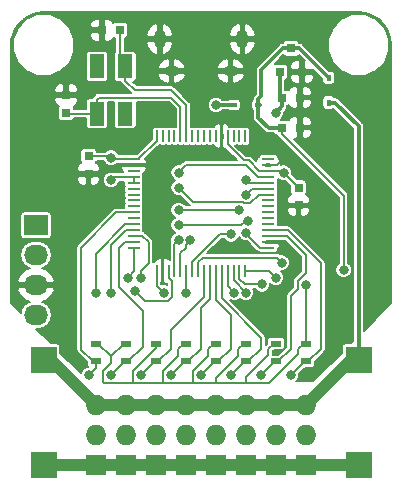
<source format=gbr>
G04 #@! TF.GenerationSoftware,KiCad,Pcbnew,5.0.0*
G04 #@! TF.CreationDate,2018-11-12T22:36:05-05:00*
G04 #@! TF.ProjectId,dot-driver,646F742D6472697665722E6B69636164,rev?*
G04 #@! TF.SameCoordinates,Original*
G04 #@! TF.FileFunction,Copper,L2,Bot,Signal*
G04 #@! TF.FilePolarity,Positive*
%FSLAX46Y46*%
G04 Gerber Fmt 4.6, Leading zero omitted, Abs format (unit mm)*
G04 Created by KiCad (PCBNEW 5.0.0) date Mon Nov 12 22:36:05 2018*
%MOMM*%
%LPD*%
G01*
G04 APERTURE LIST*
G04 #@! TA.AperFunction,ComponentPad*
%ADD10R,1.727200X1.727200*%
G04 #@! TD*
G04 #@! TA.AperFunction,ComponentPad*
%ADD11O,1.727200X1.727200*%
G04 #@! TD*
G04 #@! TA.AperFunction,ComponentPad*
%ADD12R,2.032000X1.727200*%
G04 #@! TD*
G04 #@! TA.AperFunction,ComponentPad*
%ADD13O,2.032000X1.727200*%
G04 #@! TD*
G04 #@! TA.AperFunction,SMDPad,CuDef*
%ADD14R,0.250000X1.000000*%
G04 #@! TD*
G04 #@! TA.AperFunction,SMDPad,CuDef*
%ADD15R,1.000000X0.250000*%
G04 #@! TD*
G04 #@! TA.AperFunction,SMDPad,CuDef*
%ADD16R,0.800000X0.750000*%
G04 #@! TD*
G04 #@! TA.AperFunction,SMDPad,CuDef*
%ADD17R,0.750000X0.800000*%
G04 #@! TD*
G04 #@! TA.AperFunction,SMDPad,CuDef*
%ADD18R,0.450000X0.590000*%
G04 #@! TD*
G04 #@! TA.AperFunction,SMDPad,CuDef*
%ADD19R,0.590000X0.450000*%
G04 #@! TD*
G04 #@! TA.AperFunction,ComponentPad*
%ADD20R,2.235200X2.235200*%
G04 #@! TD*
G04 #@! TA.AperFunction,ComponentPad*
%ADD21O,1.250000X0.950000*%
G04 #@! TD*
G04 #@! TA.AperFunction,ComponentPad*
%ADD22O,1.000000X1.550000*%
G04 #@! TD*
G04 #@! TA.AperFunction,SMDPad,CuDef*
%ADD23R,0.900000X0.500000*%
G04 #@! TD*
G04 #@! TA.AperFunction,SMDPad,CuDef*
%ADD24R,0.800100X0.800100*%
G04 #@! TD*
G04 #@! TA.AperFunction,SMDPad,CuDef*
%ADD25R,1.300000X2.000000*%
G04 #@! TD*
G04 #@! TA.AperFunction,ViaPad*
%ADD26C,0.800000*%
G04 #@! TD*
G04 #@! TA.AperFunction,Conductor*
%ADD27C,1.000000*%
G04 #@! TD*
G04 #@! TA.AperFunction,Conductor*
%ADD28C,0.200000*%
G04 #@! TD*
G04 #@! TA.AperFunction,Conductor*
%ADD29C,0.300000*%
G04 #@! TD*
G04 APERTURE END LIST*
D10*
G04 #@! TO.P,J13,1*
G04 #@! TO.N,GND*
X149860000Y-115570000D03*
D11*
G04 #@! TO.P,J13,2*
G04 #@! TO.N,/LED7*
X149860000Y-113030000D03*
G04 #@! TO.P,J13,3*
G04 #@! TO.N,+5VL*
X149860000Y-110490000D03*
G04 #@! TD*
G04 #@! TO.P,J12,3*
G04 #@! TO.N,+5VL*
X147320000Y-110490000D03*
G04 #@! TO.P,J12,2*
G04 #@! TO.N,/LED6*
X147320000Y-113030000D03*
D10*
G04 #@! TO.P,J12,1*
G04 #@! TO.N,GND*
X147320000Y-115570000D03*
G04 #@! TD*
D11*
G04 #@! TO.P,J11,3*
G04 #@! TO.N,+5VL*
X144780000Y-110490000D03*
G04 #@! TO.P,J11,2*
G04 #@! TO.N,/LED5*
X144780000Y-113030000D03*
D10*
G04 #@! TO.P,J11,1*
G04 #@! TO.N,GND*
X144780000Y-115570000D03*
G04 #@! TD*
G04 #@! TO.P,J10,1*
G04 #@! TO.N,GND*
X142240000Y-115570000D03*
D11*
G04 #@! TO.P,J10,2*
G04 #@! TO.N,/LED4*
X142240000Y-113030000D03*
G04 #@! TO.P,J10,3*
G04 #@! TO.N,+5VL*
X142240000Y-110490000D03*
G04 #@! TD*
G04 #@! TO.P,J9,3*
G04 #@! TO.N,+5VL*
X139700000Y-110490000D03*
G04 #@! TO.P,J9,2*
G04 #@! TO.N,/LED3*
X139700000Y-113030000D03*
D10*
G04 #@! TO.P,J9,1*
G04 #@! TO.N,GND*
X139700000Y-115570000D03*
G04 #@! TD*
G04 #@! TO.P,J8,1*
G04 #@! TO.N,GND*
X137160000Y-115570000D03*
D11*
G04 #@! TO.P,J8,2*
G04 #@! TO.N,/LED2*
X137160000Y-113030000D03*
G04 #@! TO.P,J8,3*
G04 #@! TO.N,+5VL*
X137160000Y-110490000D03*
G04 #@! TD*
G04 #@! TO.P,J7,3*
G04 #@! TO.N,+5VL*
X134620000Y-110490000D03*
G04 #@! TO.P,J7,2*
G04 #@! TO.N,/LED1*
X134620000Y-113030000D03*
D10*
G04 #@! TO.P,J7,1*
G04 #@! TO.N,GND*
X134620000Y-115570000D03*
G04 #@! TD*
G04 #@! TO.P,J6,1*
G04 #@! TO.N,GND*
X132080000Y-115570000D03*
D11*
G04 #@! TO.P,J6,2*
G04 #@! TO.N,/LED0*
X132080000Y-113030000D03*
G04 #@! TO.P,J6,3*
G04 #@! TO.N,+5VL*
X132080000Y-110490000D03*
G04 #@! TD*
D12*
G04 #@! TO.P,J15,1*
G04 #@! TO.N,+3V3*
X127000000Y-95250000D03*
D13*
G04 #@! TO.P,J15,2*
G04 #@! TO.N,/SWCLK*
X127000000Y-97790000D03*
G04 #@! TO.P,J15,3*
G04 #@! TO.N,GND*
X127000000Y-100330000D03*
G04 #@! TO.P,J15,4*
G04 #@! TO.N,/SWDIO*
X127000000Y-102870000D03*
G04 #@! TD*
D14*
G04 #@! TO.P,U2,1*
G04 #@! TO.N,+3V3*
X137220000Y-87715000D03*
G04 #@! TO.P,U2,2*
G04 #@! TO.N,Net-(U2-Pad2)*
X137720000Y-87715000D03*
G04 #@! TO.P,U2,3*
G04 #@! TO.N,Net-(U2-Pad3)*
X138220000Y-87715000D03*
G04 #@! TO.P,U2,4*
G04 #@! TO.N,Net-(U2-Pad4)*
X138720000Y-87715000D03*
G04 #@! TO.P,U2,5*
G04 #@! TO.N,Net-(C3-Pad1)*
X139220000Y-87715000D03*
G04 #@! TO.P,U2,6*
G04 #@! TO.N,Net-(C4-Pad1)*
X139720000Y-87715000D03*
G04 #@! TO.P,U2,7*
G04 #@! TO.N,Net-(U2-Pad7)*
X140220000Y-87715000D03*
G04 #@! TO.P,U2,8*
G04 #@! TO.N,Net-(U2-Pad8)*
X140720000Y-87715000D03*
G04 #@! TO.P,U2,9*
G04 #@! TO.N,Net-(U2-Pad9)*
X141220000Y-87715000D03*
G04 #@! TO.P,U2,10*
G04 #@! TO.N,Net-(U2-Pad10)*
X141720000Y-87715000D03*
G04 #@! TO.P,U2,11*
G04 #@! TO.N,Net-(U2-Pad11)*
X142220000Y-87715000D03*
G04 #@! TO.P,U2,12*
G04 #@! TO.N,GND*
X142720000Y-87715000D03*
G04 #@! TO.P,U2,13*
G04 #@! TO.N,+3V3*
X143220000Y-87715000D03*
G04 #@! TO.P,U2,14*
G04 #@! TO.N,Net-(U2-Pad14)*
X143720000Y-87715000D03*
G04 #@! TO.P,U2,15*
G04 #@! TO.N,Net-(U2-Pad15)*
X144220000Y-87715000D03*
G04 #@! TO.P,U2,16*
G04 #@! TO.N,Net-(U2-Pad16)*
X144720000Y-87715000D03*
D15*
G04 #@! TO.P,U2,17*
G04 #@! TO.N,Net-(U2-Pad17)*
X146670000Y-89665000D03*
G04 #@! TO.P,U2,18*
G04 #@! TO.N,GND*
X146670000Y-90165000D03*
G04 #@! TO.P,U2,19*
G04 #@! TO.N,+3V3*
X146670000Y-90665000D03*
G04 #@! TO.P,U2,20*
G04 #@! TO.N,/NSS*
X146670000Y-91165000D03*
G04 #@! TO.P,U2,21*
G04 #@! TO.N,/SCK*
X146670000Y-91665000D03*
G04 #@! TO.P,U2,22*
G04 #@! TO.N,/MISO*
X146670000Y-92165000D03*
G04 #@! TO.P,U2,23*
G04 #@! TO.N,/MOSI*
X146670000Y-92665000D03*
G04 #@! TO.P,U2,24*
G04 #@! TO.N,Net-(U2-Pad24)*
X146670000Y-93165000D03*
G04 #@! TO.P,U2,25*
G04 #@! TO.N,Net-(U2-Pad25)*
X146670000Y-93665000D03*
G04 #@! TO.P,U2,26*
G04 #@! TO.N,Net-(U2-Pad26)*
X146670000Y-94165000D03*
G04 #@! TO.P,U2,27*
G04 #@! TO.N,Net-(U2-Pad27)*
X146670000Y-94665000D03*
G04 #@! TO.P,U2,28*
G04 #@! TO.N,Net-(U2-Pad28)*
X146670000Y-95165000D03*
G04 #@! TO.P,U2,29*
G04 #@! TO.N,/LED7*
X146670000Y-95665000D03*
G04 #@! TO.P,U2,30*
G04 #@! TO.N,/LED6*
X146670000Y-96165000D03*
G04 #@! TO.P,U2,31*
G04 #@! TO.N,GND*
X146670000Y-96665000D03*
G04 #@! TO.P,U2,32*
G04 #@! TO.N,+3V3*
X146670000Y-97165000D03*
D14*
G04 #@! TO.P,U2,33*
G04 #@! TO.N,/IND7*
X144720000Y-99115000D03*
G04 #@! TO.P,U2,34*
G04 #@! TO.N,/IND6*
X144220000Y-99115000D03*
G04 #@! TO.P,U2,35*
G04 #@! TO.N,/IND5*
X143720000Y-99115000D03*
G04 #@! TO.P,U2,36*
G04 #@! TO.N,/IND4*
X143220000Y-99115000D03*
G04 #@! TO.P,U2,37*
G04 #@! TO.N,/LED5*
X142720000Y-99115000D03*
G04 #@! TO.P,U2,38*
G04 #@! TO.N,/LED4*
X142220000Y-99115000D03*
G04 #@! TO.P,U2,39*
G04 #@! TO.N,/LED3*
X141720000Y-99115000D03*
G04 #@! TO.P,U2,40*
G04 #@! TO.N,/LED2*
X141220000Y-99115000D03*
G04 #@! TO.P,U2,41*
G04 #@! TO.N,/DETECT*
X140720000Y-99115000D03*
G04 #@! TO.P,U2,42*
G04 #@! TO.N,/VBUS*
X140220000Y-99115000D03*
G04 #@! TO.P,U2,43*
G04 #@! TO.N,/IND3*
X139720000Y-99115000D03*
G04 #@! TO.P,U2,44*
G04 #@! TO.N,/USB_DM*
X139220000Y-99115000D03*
G04 #@! TO.P,U2,45*
G04 #@! TO.N,/USB_DP*
X138720000Y-99115000D03*
G04 #@! TO.P,U2,46*
G04 #@! TO.N,/SWDIO*
X138220000Y-99115000D03*
G04 #@! TO.P,U2,47*
G04 #@! TO.N,GND*
X137720000Y-99115000D03*
G04 #@! TO.P,U2,48*
G04 #@! TO.N,+3V3*
X137220000Y-99115000D03*
D15*
G04 #@! TO.P,U2,49*
G04 #@! TO.N,/SWCLK*
X135270000Y-97165000D03*
G04 #@! TO.P,U2,50*
G04 #@! TO.N,/LED1*
X135270000Y-96665000D03*
G04 #@! TO.P,U2,51*
G04 #@! TO.N,/IND2*
X135270000Y-96165000D03*
G04 #@! TO.P,U2,52*
G04 #@! TO.N,/IND1*
X135270000Y-95665000D03*
G04 #@! TO.P,U2,53*
G04 #@! TO.N,/IND0*
X135270000Y-95165000D03*
G04 #@! TO.P,U2,54*
G04 #@! TO.N,Net-(U2-Pad54)*
X135270000Y-94665000D03*
G04 #@! TO.P,U2,55*
G04 #@! TO.N,/LED0*
X135270000Y-94165000D03*
G04 #@! TO.P,U2,56*
G04 #@! TO.N,Net-(U2-Pad56)*
X135270000Y-93665000D03*
G04 #@! TO.P,U2,57*
G04 #@! TO.N,Net-(U2-Pad57)*
X135270000Y-93165000D03*
G04 #@! TO.P,U2,58*
G04 #@! TO.N,Net-(U2-Pad58)*
X135270000Y-92665000D03*
G04 #@! TO.P,U2,59*
G04 #@! TO.N,Net-(U2-Pad59)*
X135270000Y-92165000D03*
G04 #@! TO.P,U2,60*
G04 #@! TO.N,/BUTTON*
X135270000Y-91665000D03*
G04 #@! TO.P,U2,61*
X135270000Y-91165000D03*
G04 #@! TO.P,U2,62*
G04 #@! TO.N,Net-(U2-Pad62)*
X135270000Y-90665000D03*
G04 #@! TO.P,U2,63*
G04 #@! TO.N,GND*
X135270000Y-90165000D03*
G04 #@! TO.P,U2,64*
G04 #@! TO.N,+3V3*
X135270000Y-89665000D03*
G04 #@! TD*
D16*
G04 #@! TO.P,C1,2*
G04 #@! TO.N,GND*
X149340000Y-86995000D03*
G04 #@! TO.P,C1,1*
G04 #@! TO.N,+5V*
X147840000Y-86995000D03*
G04 #@! TD*
G04 #@! TO.P,C2,1*
G04 #@! TO.N,+3V3*
X147840000Y-84455000D03*
G04 #@! TO.P,C2,2*
G04 #@! TO.N,GND*
X149340000Y-84455000D03*
G04 #@! TD*
D17*
G04 #@! TO.P,C3,1*
G04 #@! TO.N,Net-(C3-Pad1)*
X129540000Y-85725000D03*
G04 #@! TO.P,C3,2*
G04 #@! TO.N,GND*
X129540000Y-84225000D03*
G04 #@! TD*
D16*
G04 #@! TO.P,C4,2*
G04 #@! TO.N,GND*
X132600000Y-78740000D03*
G04 #@! TO.P,C4,1*
G04 #@! TO.N,Net-(C4-Pad1)*
X134100000Y-78740000D03*
G04 #@! TD*
D18*
G04 #@! TO.P,D1,1*
G04 #@! TO.N,+5V*
X151765000Y-82765000D03*
G04 #@! TO.P,D1,2*
G04 #@! TO.N,+5VL*
X151765000Y-84875000D03*
G04 #@! TD*
D19*
G04 #@! TO.P,D2,2*
G04 #@! TO.N,/VBUS*
X143725000Y-85090000D03*
G04 #@! TO.P,D2,1*
G04 #@! TO.N,+5V*
X145835000Y-85090000D03*
G04 #@! TD*
D20*
G04 #@! TO.P,J1,1*
G04 #@! TO.N,+5VL*
X127635000Y-106680000D03*
G04 #@! TD*
G04 #@! TO.P,J2,1*
G04 #@! TO.N,+5VL*
X154305000Y-106680000D03*
G04 #@! TD*
G04 #@! TO.P,J3,1*
G04 #@! TO.N,GND*
X127635000Y-115570000D03*
G04 #@! TD*
G04 #@! TO.P,J4,1*
G04 #@! TO.N,GND*
X154305000Y-115570000D03*
G04 #@! TD*
D21*
G04 #@! TO.P,J5,6*
G04 #@! TO.N,GND*
X143470900Y-82207540D03*
X138470900Y-82207540D03*
D22*
X144470900Y-79507540D03*
X137470900Y-79507540D03*
G04 #@! TD*
D23*
G04 #@! TO.P,R1,2*
G04 #@! TO.N,/LED0*
X132080000Y-106795000D03*
G04 #@! TO.P,R1,1*
G04 #@! TO.N,+5V*
X132080000Y-105295000D03*
G04 #@! TD*
G04 #@! TO.P,R3,1*
G04 #@! TO.N,+5V*
X134620000Y-105295000D03*
G04 #@! TO.P,R3,2*
G04 #@! TO.N,/LED1*
X134620000Y-106795000D03*
G04 #@! TD*
G04 #@! TO.P,R6,2*
G04 #@! TO.N,/LED2*
X137160000Y-106795000D03*
G04 #@! TO.P,R6,1*
G04 #@! TO.N,+5V*
X137160000Y-105295000D03*
G04 #@! TD*
G04 #@! TO.P,R9,1*
G04 #@! TO.N,+5V*
X139700000Y-105295000D03*
G04 #@! TO.P,R9,2*
G04 #@! TO.N,/LED3*
X139700000Y-106795000D03*
G04 #@! TD*
G04 #@! TO.P,R11,2*
G04 #@! TO.N,/LED4*
X142240000Y-106795000D03*
G04 #@! TO.P,R11,1*
G04 #@! TO.N,+5V*
X142240000Y-105295000D03*
G04 #@! TD*
G04 #@! TO.P,R13,1*
G04 #@! TO.N,+5V*
X144780000Y-105295000D03*
G04 #@! TO.P,R13,2*
G04 #@! TO.N,/LED5*
X144780000Y-106795000D03*
G04 #@! TD*
G04 #@! TO.P,R15,2*
G04 #@! TO.N,/LED6*
X147320000Y-106795000D03*
G04 #@! TO.P,R15,1*
G04 #@! TO.N,+5V*
X147320000Y-105295000D03*
G04 #@! TD*
G04 #@! TO.P,R17,2*
G04 #@! TO.N,/LED7*
X149860000Y-106795000D03*
G04 #@! TO.P,R17,1*
G04 #@! TO.N,+5V*
X149860000Y-105295000D03*
G04 #@! TD*
D24*
G04 #@! TO.P,U1,1*
G04 #@! TO.N,GND*
X149540000Y-82280760D03*
G04 #@! TO.P,U1,2*
G04 #@! TO.N,+3V3*
X147640000Y-82280760D03*
G04 #@! TO.P,U1,3*
G04 #@! TO.N,+5V*
X148590000Y-80281780D03*
G04 #@! TD*
D25*
G04 #@! TO.P,Y1,1*
G04 #@! TO.N,Net-(C3-Pad1)*
X132150000Y-85820000D03*
G04 #@! TO.P,Y1,3*
G04 #@! TO.N,N/C*
X132150000Y-81820000D03*
G04 #@! TO.P,Y1,2*
G04 #@! TO.N,Net-(C4-Pad1)*
X134550000Y-81820000D03*
G04 #@! TO.P,Y1,3*
G04 #@! TO.N,N/C*
X134550000Y-85820000D03*
G04 #@! TD*
D17*
G04 #@! TO.P,C5,1*
G04 #@! TO.N,+3V3*
X131445000Y-89420000D03*
G04 #@! TO.P,C5,2*
G04 #@! TO.N,GND*
X131445000Y-90920000D03*
G04 #@! TD*
G04 #@! TO.P,C6,2*
G04 #@! TO.N,GND*
X149225000Y-93575000D03*
G04 #@! TO.P,C6,1*
G04 #@! TO.N,+3V3*
X149225000Y-92075000D03*
G04 #@! TD*
D26*
G04 #@! TO.N,GND*
X139700000Y-83820000D03*
X137160000Y-85725000D03*
X137160000Y-93980000D03*
X137795000Y-97155000D03*
X150495000Y-96520000D03*
X151130000Y-107315000D03*
X152400000Y-100965000D03*
X144780000Y-83820000D03*
X148525000Y-99695000D03*
X153670000Y-84455000D03*
X130737885Y-107242885D03*
G04 #@! TO.N,+5V*
X149860000Y-100330000D03*
X153035000Y-99060000D03*
G04 #@! TO.N,+3V3*
X133350000Y-89535000D03*
X137795000Y-100965000D03*
X147955000Y-90805000D03*
X147320000Y-85725000D03*
X144780000Y-95885000D03*
G04 #@! TO.N,/VBUS*
X142240000Y-85090000D03*
X143510000Y-96022115D03*
G04 #@! TO.N,/USB_DM*
X140065003Y-96520000D03*
G04 #@! TO.N,/USB_DP*
X139065000Y-96520000D03*
G04 #@! TO.N,/LED0*
X131445000Y-107950000D03*
G04 #@! TO.N,/LED1*
X133350000Y-107950000D03*
G04 #@! TO.N,/LED2*
X135890000Y-107950000D03*
G04 #@! TO.N,/LED3*
X138430000Y-107950000D03*
G04 #@! TO.N,/LED4*
X140970000Y-107950000D03*
G04 #@! TO.N,/LED5*
X143510000Y-107950000D03*
G04 #@! TO.N,/LED6*
X146050000Y-107950000D03*
G04 #@! TO.N,/LED7*
X148590000Y-107950000D03*
G04 #@! TO.N,/SWCLK*
X134750002Y-99695000D03*
G04 #@! TO.N,/SWDIO*
X135395018Y-100824982D03*
G04 #@! TO.N,/IND0*
X132080000Y-101030010D03*
G04 #@! TO.N,/IND1*
X133350000Y-101030010D03*
G04 #@! TO.N,/BUTTON*
X133350000Y-91440000D03*
G04 #@! TO.N,/IND2*
X135890000Y-99695000D03*
G04 #@! TO.N,/IND3*
X139700000Y-100965000D03*
G04 #@! TO.N,/IND4*
X143779933Y-100965000D03*
G04 #@! TO.N,/IND5*
X144779936Y-100965000D03*
G04 #@! TO.N,/IND6*
X146122123Y-100257893D03*
G04 #@! TO.N,/IND7*
X147320000Y-99695000D03*
G04 #@! TO.N,/NSS*
X139065008Y-90805000D03*
G04 #@! TO.N,/SCK*
X144779982Y-91440000D03*
X144145000Y-93980000D03*
X139065000Y-93980000D03*
G04 #@! TO.N,/MISO*
X144806172Y-92660096D03*
X139065000Y-95250000D03*
X144907079Y-94893095D03*
G04 #@! TO.N,/MOSI*
X139065000Y-92075000D03*
G04 #@! TO.N,/DETECT*
X147783601Y-98425000D03*
G04 #@! TD*
D27*
G04 #@! TO.N,GND*
X132080000Y-115570000D02*
X149860000Y-115570000D01*
D28*
X147370000Y-90165000D02*
X147955000Y-89580000D01*
X146670000Y-90165000D02*
X147370000Y-90165000D01*
X148525000Y-97820000D02*
X148525000Y-99695000D01*
X146670000Y-96665000D02*
X147370000Y-96665000D01*
X147370000Y-96665000D02*
X148525000Y-97820000D01*
D27*
X128270000Y-115570000D02*
X132080000Y-115570000D01*
X149860000Y-115570000D02*
X153670000Y-115570000D01*
D29*
G04 #@! TO.N,+5V*
X145835000Y-84565000D02*
X146050000Y-84350000D01*
X145835000Y-85090000D02*
X145835000Y-84565000D01*
X147889950Y-80281780D02*
X148590000Y-80281780D01*
X146050000Y-82121730D02*
X147889950Y-80281780D01*
X146050000Y-84350000D02*
X146050000Y-82121730D01*
X151765000Y-82756730D02*
X151765000Y-82765000D01*
X149290050Y-80281780D02*
X151765000Y-82756730D01*
X148590000Y-80281780D02*
X149290050Y-80281780D01*
D28*
X132080000Y-105295000D02*
X132280000Y-105295000D01*
X149860000Y-100330000D02*
X149860000Y-105295000D01*
X134420000Y-105295000D02*
X133350000Y-106365000D01*
X134620000Y-105295000D02*
X134420000Y-105295000D01*
X132280000Y-105295000D02*
X133350000Y-106365000D01*
D29*
X145835000Y-85090000D02*
X145935000Y-85090000D01*
D28*
X153035000Y-98494315D02*
X153035000Y-99060000D01*
X153035000Y-92765000D02*
X153035000Y-98494315D01*
X147840000Y-86995000D02*
X147840000Y-87570000D01*
X147840000Y-87570000D02*
X153035000Y-92765000D01*
D29*
X146685000Y-86995000D02*
X147840000Y-86995000D01*
X145835000Y-85090000D02*
X145835000Y-86145000D01*
X145835000Y-86145000D02*
X146685000Y-86995000D01*
D28*
X132649999Y-107613999D02*
X132649999Y-108519999D01*
X133350000Y-106365000D02*
X133350000Y-106913998D01*
X133350000Y-106913998D02*
X132649999Y-107613999D01*
X149210000Y-105745000D02*
X149660000Y-105295000D01*
X149660000Y-105295000D02*
X149860000Y-105295000D01*
X149210000Y-106145002D02*
X149210000Y-105745000D01*
X146705001Y-108650001D02*
X149210000Y-106145002D01*
X132649999Y-108519999D02*
X132780001Y-108650001D01*
X146670000Y-105745000D02*
X146670000Y-106244999D01*
X147320000Y-105295000D02*
X147120000Y-105295000D01*
X146670000Y-106244999D02*
X144780000Y-108134999D01*
X144780000Y-108650001D02*
X146705001Y-108650001D01*
X144780000Y-108134999D02*
X144780000Y-108650001D01*
X147120000Y-105295000D02*
X146670000Y-105745000D01*
X144130000Y-106293998D02*
X142240000Y-108183998D01*
X144580000Y-105295000D02*
X144130000Y-105745000D01*
X144780000Y-105295000D02*
X144580000Y-105295000D01*
X144130000Y-105745000D02*
X144130000Y-106293998D01*
X142240000Y-108650001D02*
X144780000Y-108650001D01*
X142240000Y-108183998D02*
X142240000Y-108650001D01*
X140269999Y-108585000D02*
X140335000Y-108650001D01*
X140269999Y-107613999D02*
X140269999Y-108585000D01*
X141590000Y-106293998D02*
X140269999Y-107613999D01*
X141590000Y-105745000D02*
X141590000Y-106293998D01*
X142040000Y-105295000D02*
X141590000Y-105745000D01*
X142240000Y-105295000D02*
X142040000Y-105295000D01*
X140335000Y-108650001D02*
X142240000Y-108650001D01*
X137729999Y-108585000D02*
X137795000Y-108650001D01*
X137729999Y-107613999D02*
X137729999Y-108585000D01*
X139050000Y-106293998D02*
X137729999Y-107613999D01*
X139050000Y-105745000D02*
X139050000Y-106293998D01*
X139500000Y-105295000D02*
X139050000Y-105745000D01*
X139700000Y-105295000D02*
X139500000Y-105295000D01*
X137795000Y-108650001D02*
X140335000Y-108650001D01*
X135189999Y-107613999D02*
X135189999Y-108585000D01*
X137160000Y-105643998D02*
X135189999Y-107613999D01*
X137160000Y-105295000D02*
X137160000Y-105643998D01*
X135189999Y-108585000D02*
X135255000Y-108650001D01*
X132780001Y-108650001D02*
X135255000Y-108650001D01*
X135255000Y-108650001D02*
X137795000Y-108650001D01*
G04 #@! TO.N,+3V3*
X135270000Y-89665000D02*
X133480000Y-89665000D01*
X133480000Y-89665000D02*
X133350000Y-89535000D01*
X135645000Y-89665000D02*
X135270000Y-89665000D01*
X137220000Y-88090000D02*
X135645000Y-89665000D01*
X137220000Y-87715000D02*
X137220000Y-88090000D01*
X137220000Y-100390000D02*
X137395001Y-100565001D01*
X137395001Y-100565001D02*
X137795000Y-100965000D01*
X137220000Y-99115000D02*
X137220000Y-100390000D01*
X146670000Y-90665000D02*
X147815000Y-90665000D01*
X147815000Y-90665000D02*
X147955000Y-90805000D01*
X145910000Y-90665000D02*
X146670000Y-90665000D01*
X144574990Y-89769990D02*
X145014990Y-89769990D01*
X143220000Y-87715000D02*
X143220000Y-88415000D01*
X145014990Y-89769990D02*
X145910000Y-90665000D01*
X143220000Y-88415000D02*
X144574990Y-89769990D01*
X133235000Y-89420000D02*
X133350000Y-89535000D01*
X131445000Y-89420000D02*
X133235000Y-89420000D01*
X149225000Y-92075000D02*
X147955000Y-90805000D01*
D29*
X147640000Y-84255000D02*
X147840000Y-84455000D01*
X147640000Y-82280760D02*
X147640000Y-84255000D01*
X147840000Y-84455000D02*
X147840000Y-85205000D01*
X147840000Y-85205000D02*
X147320000Y-85725000D01*
D28*
X146670000Y-97165000D02*
X145970000Y-97165000D01*
X144780000Y-95975000D02*
X144780000Y-95885000D01*
X145970000Y-97165000D02*
X144780000Y-95975000D01*
G04 #@! TO.N,Net-(C3-Pad1)*
X132150000Y-84620000D02*
X132315000Y-84455000D01*
X138430000Y-84455000D02*
X139220000Y-85245000D01*
X139220000Y-85245000D02*
X139220000Y-87715000D01*
X132150000Y-85820000D02*
X132150000Y-84620000D01*
X132315000Y-84455000D02*
X138430000Y-84455000D01*
X129635000Y-85820000D02*
X129540000Y-85725000D01*
X132150000Y-85820000D02*
X129635000Y-85820000D01*
G04 #@! TO.N,Net-(C4-Pad1)*
X134550000Y-83020000D02*
X135350000Y-83820000D01*
X134550000Y-81820000D02*
X134550000Y-83020000D01*
X135350000Y-83820000D02*
X138430000Y-83820000D01*
X139720000Y-85110000D02*
X139720000Y-87715000D01*
X138430000Y-83820000D02*
X139720000Y-85110000D01*
X134100000Y-81370000D02*
X134550000Y-81820000D01*
X134100000Y-78740000D02*
X134100000Y-81370000D01*
D27*
G04 #@! TO.N,+5VL*
X132080000Y-110490000D02*
X149860000Y-110490000D01*
X128270000Y-106680000D02*
X132080000Y-110490000D01*
X127635000Y-106680000D02*
X128270000Y-106680000D01*
X153670000Y-106680000D02*
X149860000Y-110490000D01*
X154305000Y-106680000D02*
X153670000Y-106680000D01*
D29*
X152290000Y-84875000D02*
X154305000Y-86890000D01*
X154305000Y-105262400D02*
X154305000Y-106680000D01*
X154305000Y-86890000D02*
X154305000Y-105262400D01*
X151765000Y-84875000D02*
X152290000Y-84875000D01*
G04 #@! TO.N,/VBUS*
X142240000Y-85090000D02*
X143725000Y-85090000D01*
D28*
X142547187Y-96022115D02*
X143510000Y-96022115D01*
X140220000Y-99115000D02*
X140220000Y-98349302D01*
X140220000Y-98349302D02*
X142547187Y-96022115D01*
G04 #@! TO.N,/USB_DM*
X139220000Y-98415000D02*
X139220000Y-99115000D01*
X139220000Y-97635000D02*
X139220000Y-98415000D01*
X139665004Y-97189996D02*
X139220000Y-97635000D01*
X139665004Y-96919999D02*
X139665004Y-97189996D01*
X140065003Y-96520000D02*
X139665004Y-96919999D01*
G04 #@! TO.N,/USB_DP*
X138720000Y-99115000D02*
X138720000Y-96865000D01*
X138720000Y-96865000D02*
X139065000Y-96520000D01*
G04 #@! TO.N,/LED0*
X130810000Y-97155000D02*
X133800000Y-94165000D01*
X130810000Y-105791000D02*
X130810000Y-97155000D01*
X132080000Y-106795000D02*
X131814000Y-106795000D01*
X133800000Y-94165000D02*
X135270000Y-94165000D01*
X131814000Y-106795000D02*
X130810000Y-105791000D01*
X132080000Y-107315000D02*
X131445000Y-107950000D01*
X132080000Y-106795000D02*
X132080000Y-107315000D01*
G04 #@! TO.N,/LED1*
X133350000Y-107865000D02*
X133350000Y-107950000D01*
X134505000Y-106795000D02*
X133350000Y-107950000D01*
X134620000Y-106795000D02*
X134505000Y-106795000D01*
X134820000Y-106795000D02*
X134620000Y-106795000D01*
X135270000Y-96665000D02*
X134570000Y-96665000D01*
X134570000Y-96665000D02*
X134050002Y-97184998D01*
X134050002Y-97184998D02*
X134050002Y-100515968D01*
X136070001Y-102535967D02*
X136070001Y-105544999D01*
X136070001Y-105544999D02*
X134820000Y-106795000D01*
X134050002Y-100515968D02*
X136070001Y-102535967D01*
G04 #@! TO.N,/LED2*
X135890000Y-107865000D02*
X135890000Y-107950000D01*
X137045000Y-106795000D02*
X135890000Y-107950000D01*
X137160000Y-106795000D02*
X137045000Y-106795000D01*
X138430000Y-105725000D02*
X137360000Y-106795000D01*
X138430000Y-104140000D02*
X138430000Y-105725000D01*
X137360000Y-106795000D02*
X137160000Y-106795000D01*
X141220000Y-101350000D02*
X138430000Y-104140000D01*
X141220000Y-99115000D02*
X141220000Y-101350000D01*
G04 #@! TO.N,/LED3*
X138430000Y-107865000D02*
X138430000Y-107950000D01*
X139585000Y-106795000D02*
X138430000Y-107950000D01*
X139700000Y-106795000D02*
X139585000Y-106795000D01*
X140970000Y-105725000D02*
X139900000Y-106795000D01*
X139900000Y-106795000D02*
X139700000Y-106795000D01*
X140970000Y-102235000D02*
X140970000Y-105725000D01*
X141720000Y-101485000D02*
X140970000Y-102235000D01*
X141720000Y-99115000D02*
X141720000Y-101485000D01*
G04 #@! TO.N,/LED4*
X140970000Y-107865000D02*
X140970000Y-107950000D01*
X142125000Y-106795000D02*
X140970000Y-107950000D01*
X142240000Y-106795000D02*
X142125000Y-106795000D01*
X143510000Y-105725000D02*
X142440000Y-106795000D01*
X143510000Y-102870000D02*
X143510000Y-105725000D01*
X142440000Y-106795000D02*
X142240000Y-106795000D01*
X142220000Y-101580000D02*
X143510000Y-102870000D01*
X142220000Y-99115000D02*
X142220000Y-101580000D01*
G04 #@! TO.N,/LED5*
X143510000Y-107865000D02*
X143510000Y-107950000D01*
X144665000Y-106795000D02*
X143510000Y-107950000D01*
X144780000Y-106795000D02*
X144665000Y-106795000D01*
X144980000Y-106795000D02*
X144780000Y-106795000D01*
X146050000Y-105725000D02*
X144980000Y-106795000D01*
X146050000Y-104775000D02*
X146050000Y-105725000D01*
X142720000Y-101445000D02*
X146050000Y-104775000D01*
X142720000Y-99115000D02*
X142720000Y-101445000D01*
G04 #@! TO.N,/LED6*
X146050000Y-107865000D02*
X146050000Y-107950000D01*
X147205000Y-106795000D02*
X146050000Y-107950000D01*
X147320000Y-106795000D02*
X147205000Y-106795000D01*
X147520000Y-106795000D02*
X147320000Y-106795000D01*
X148590000Y-105725000D02*
X147520000Y-106795000D01*
X148590000Y-101236000D02*
X148590000Y-105725000D01*
X146670000Y-96165000D02*
X148235000Y-96165000D01*
X149860000Y-99293998D02*
X149159999Y-99993999D01*
X148235000Y-96165000D02*
X149860000Y-97790000D01*
X149860000Y-97790000D02*
X149860000Y-99293998D01*
X149159999Y-100666001D02*
X148590000Y-101236000D01*
X149159999Y-99993999D02*
X149159999Y-100666001D01*
G04 #@! TO.N,/LED7*
X146670000Y-95665000D02*
X148300700Y-95665000D01*
X148300700Y-95665000D02*
X151130000Y-98494300D01*
X151130000Y-98494300D02*
X151130000Y-105725000D01*
X148590000Y-107865000D02*
X148590000Y-107950000D01*
X149745000Y-106795000D02*
X148590000Y-107950000D01*
X149860000Y-106795000D02*
X149745000Y-106795000D01*
X150060000Y-106795000D02*
X149860000Y-106795000D01*
X151130000Y-105725000D02*
X150060000Y-106795000D01*
G04 #@! TO.N,/SWCLK*
X135270000Y-97165000D02*
X135270000Y-99175002D01*
X135270000Y-99175002D02*
X134750002Y-99695000D01*
G04 #@! TO.N,/SWDIO*
X138495002Y-99993996D02*
X138495002Y-101301002D01*
X138495002Y-101301002D02*
X138131002Y-101665002D01*
X136235038Y-101665002D02*
X135795017Y-101224981D01*
X138131002Y-101665002D02*
X136235038Y-101665002D01*
X138220000Y-99115000D02*
X138220000Y-99718994D01*
X138220000Y-99718994D02*
X138495002Y-99993996D01*
X135795017Y-101224981D02*
X135395018Y-100824982D01*
G04 #@! TO.N,/IND0*
X135270000Y-95165000D02*
X134570000Y-95165000D01*
X132080000Y-97655000D02*
X132080000Y-100464325D01*
X132080000Y-100464325D02*
X132080000Y-101030010D01*
X134570000Y-95165000D02*
X132080000Y-97655000D01*
G04 #@! TO.N,/IND1*
X134635698Y-95665000D02*
X133350000Y-96950698D01*
X135270000Y-95665000D02*
X134635698Y-95665000D01*
X133350000Y-96950698D02*
X133350000Y-100464325D01*
X133350000Y-100464325D02*
X133350000Y-101030010D01*
G04 #@! TO.N,/BUTTON*
X135270000Y-91165000D02*
X135270000Y-91665000D01*
X135270000Y-91165000D02*
X133625000Y-91165000D01*
X133625000Y-91165000D02*
X133350000Y-91440000D01*
G04 #@! TO.N,/IND2*
X135890000Y-99129315D02*
X136525000Y-98494315D01*
X135890000Y-99695000D02*
X135890000Y-99129315D01*
X135970000Y-96165000D02*
X135270000Y-96165000D01*
X136525000Y-96720000D02*
X135970000Y-96165000D01*
X136525000Y-98494315D02*
X136525000Y-96720000D01*
G04 #@! TO.N,/IND3*
X139720000Y-100945000D02*
X139700000Y-100965000D01*
X139720000Y-99115000D02*
X139720000Y-100945000D01*
G04 #@! TO.N,/IND4*
X143220000Y-99115000D02*
X143220000Y-100405067D01*
X143220000Y-100405067D02*
X143779933Y-100965000D01*
G04 #@! TO.N,/IND5*
X143720000Y-99115000D02*
X143720000Y-99905000D01*
X143720000Y-99905000D02*
X144780000Y-100965000D01*
X144780000Y-100965000D02*
X144779936Y-100965000D01*
G04 #@! TO.N,/IND6*
X144220000Y-99815000D02*
X144662893Y-100257893D01*
X144662893Y-100257893D02*
X145556438Y-100257893D01*
X144220000Y-99115000D02*
X144220000Y-99815000D01*
X145556438Y-100257893D02*
X146122123Y-100257893D01*
G04 #@! TO.N,/IND7*
X146740000Y-99115000D02*
X147320000Y-99695000D01*
X144720000Y-99115000D02*
X146740000Y-99115000D01*
G04 #@! TO.N,/NSS*
X139465007Y-90405001D02*
X139065008Y-90805000D01*
X139700008Y-90170000D02*
X139465007Y-90405001D01*
X144780000Y-90170000D02*
X139700008Y-90170000D01*
X146670000Y-91165000D02*
X145775000Y-91165000D01*
X145775000Y-91165000D02*
X144780000Y-90170000D01*
G04 #@! TO.N,/SCK*
X146670000Y-91665000D02*
X145004982Y-91665000D01*
X145004982Y-91665000D02*
X144779982Y-91440000D01*
X144145000Y-93980000D02*
X139065000Y-93980000D01*
G04 #@! TO.N,/MISO*
X145301268Y-92165000D02*
X145206171Y-92260097D01*
X145206171Y-92260097D02*
X144806172Y-92660096D01*
X146670000Y-92165000D02*
X145301268Y-92165000D01*
X139065000Y-95250000D02*
X144378996Y-95250000D01*
X144378996Y-95250000D02*
X144735901Y-94893095D01*
X144735901Y-94893095D02*
X144907079Y-94893095D01*
G04 #@! TO.N,/MOSI*
X139464999Y-92474999D02*
X139065000Y-92075000D01*
X145861002Y-92665000D02*
X145116001Y-93410001D01*
X144481002Y-93279998D02*
X140269998Y-93279998D01*
X144611005Y-93410001D02*
X144481002Y-93279998D01*
X146670000Y-92665000D02*
X145861002Y-92665000D01*
X140269998Y-93279998D02*
X139464999Y-92474999D01*
X145116001Y-93410001D02*
X144611005Y-93410001D01*
G04 #@! TO.N,/DETECT*
X140720000Y-98415000D02*
X140720000Y-99115000D01*
X141109999Y-98025001D02*
X140720000Y-98415000D01*
X147383602Y-98025001D02*
X141109999Y-98025001D01*
X147783601Y-98425000D02*
X147383602Y-98025001D01*
G04 #@! TD*
G04 #@! TO.N,GND*
G36*
X154919238Y-77306406D02*
X155502958Y-77509679D01*
X156027127Y-77837216D01*
X156465708Y-78272746D01*
X156796899Y-78794620D01*
X157004239Y-79376899D01*
X157080001Y-80012251D01*
X157080000Y-101858578D01*
X154755000Y-104183578D01*
X154755000Y-86934316D01*
X154763815Y-86889999D01*
X154755000Y-86845683D01*
X154755000Y-86845679D01*
X154728891Y-86714419D01*
X154629432Y-86565568D01*
X154591858Y-86540462D01*
X152639540Y-84588145D01*
X152614432Y-84550568D01*
X152465581Y-84451109D01*
X152334321Y-84425000D01*
X152334320Y-84425000D01*
X152290000Y-84416184D01*
X152247056Y-84424726D01*
X152206288Y-84363712D01*
X152107054Y-84297407D01*
X151990000Y-84274123D01*
X151540000Y-84274123D01*
X151422946Y-84297407D01*
X151323712Y-84363712D01*
X151257407Y-84462946D01*
X151234123Y-84580000D01*
X151234123Y-85170000D01*
X151257407Y-85287054D01*
X151323712Y-85386288D01*
X151422946Y-85452593D01*
X151540000Y-85475877D01*
X151990000Y-85475877D01*
X152107054Y-85452593D01*
X152181473Y-85402868D01*
X153855000Y-87076396D01*
X153855001Y-105083577D01*
X153682055Y-105256523D01*
X153187400Y-105256523D01*
X153070346Y-105279807D01*
X152971112Y-105346112D01*
X152904807Y-105445346D01*
X152881523Y-105562400D01*
X152881523Y-106057055D01*
X150453578Y-108485000D01*
X149044950Y-108485000D01*
X149183432Y-108346518D01*
X149290000Y-108089239D01*
X149290000Y-107815684D01*
X149754808Y-107350877D01*
X150310000Y-107350877D01*
X150427054Y-107327593D01*
X150526288Y-107261288D01*
X150592593Y-107162054D01*
X150615877Y-107045000D01*
X150615877Y-106804807D01*
X151384984Y-106035701D01*
X151418384Y-106013384D01*
X151506791Y-105881072D01*
X151530000Y-105764394D01*
X151537836Y-105725000D01*
X151530000Y-105685606D01*
X151530000Y-98533692D01*
X151537836Y-98494299D01*
X151522062Y-98415000D01*
X151506791Y-98338228D01*
X151418384Y-98205916D01*
X151384988Y-98183602D01*
X148611403Y-95410019D01*
X148589084Y-95376616D01*
X148456772Y-95288209D01*
X148340094Y-95265000D01*
X148300700Y-95257164D01*
X148261306Y-95265000D01*
X147475877Y-95265000D01*
X147475877Y-95040000D01*
X147452593Y-94922946D01*
X147447284Y-94915000D01*
X147452593Y-94907054D01*
X147475877Y-94790000D01*
X147475877Y-94540000D01*
X147452593Y-94422946D01*
X147447284Y-94415000D01*
X147452593Y-94407054D01*
X147475877Y-94290000D01*
X147475877Y-94040000D01*
X147452593Y-93922946D01*
X147447284Y-93915000D01*
X147452593Y-93907054D01*
X147457775Y-93881000D01*
X148242000Y-93881000D01*
X148242000Y-94095939D01*
X148334563Y-94319405D01*
X148505596Y-94490438D01*
X148729062Y-94583000D01*
X148919000Y-94583000D01*
X149071000Y-94431000D01*
X149071000Y-93729000D01*
X149379000Y-93729000D01*
X149379000Y-94431000D01*
X149531000Y-94583000D01*
X149720938Y-94583000D01*
X149944404Y-94490438D01*
X150115437Y-94319405D01*
X150208000Y-94095939D01*
X150208000Y-93881000D01*
X150056000Y-93729000D01*
X149379000Y-93729000D01*
X149071000Y-93729000D01*
X148394000Y-93729000D01*
X148242000Y-93881000D01*
X147457775Y-93881000D01*
X147475877Y-93790000D01*
X147475877Y-93540000D01*
X147452593Y-93422946D01*
X147447284Y-93415000D01*
X147452593Y-93407054D01*
X147475877Y-93290000D01*
X147475877Y-93040000D01*
X147452593Y-92922946D01*
X147447284Y-92915000D01*
X147452593Y-92907054D01*
X147475877Y-92790000D01*
X147475877Y-92540000D01*
X147452593Y-92422946D01*
X147447284Y-92415000D01*
X147452593Y-92407054D01*
X147475877Y-92290000D01*
X147475877Y-92040000D01*
X147452593Y-91922946D01*
X147447284Y-91915000D01*
X147452593Y-91907054D01*
X147475877Y-91790000D01*
X147475877Y-91540000D01*
X147452593Y-91422946D01*
X147447284Y-91415000D01*
X147452593Y-91407054D01*
X147471592Y-91311542D01*
X147558482Y-91398432D01*
X147815761Y-91505000D01*
X148089315Y-91505000D01*
X148544123Y-91959808D01*
X148544123Y-92475000D01*
X148567407Y-92592054D01*
X148589337Y-92624875D01*
X148505596Y-92659562D01*
X148334563Y-92830595D01*
X148242000Y-93054061D01*
X148242000Y-93269000D01*
X148394000Y-93421000D01*
X149071000Y-93421000D01*
X149071000Y-93401000D01*
X149379000Y-93401000D01*
X149379000Y-93421000D01*
X150056000Y-93421000D01*
X150208000Y-93269000D01*
X150208000Y-93054061D01*
X150115437Y-92830595D01*
X149944404Y-92659562D01*
X149860663Y-92624875D01*
X149882593Y-92592054D01*
X149905877Y-92475000D01*
X149905877Y-91675000D01*
X149882593Y-91557946D01*
X149816288Y-91458712D01*
X149717054Y-91392407D01*
X149600000Y-91369123D01*
X149084808Y-91369123D01*
X148655000Y-90939315D01*
X148655000Y-90665761D01*
X148548432Y-90408482D01*
X148351518Y-90211568D01*
X148094239Y-90105000D01*
X147815761Y-90105000D01*
X147778000Y-90120641D01*
X147778000Y-90010998D01*
X147717502Y-90010998D01*
X147778000Y-89950500D01*
X147778000Y-89919062D01*
X147685438Y-89695596D01*
X147514405Y-89524563D01*
X147469071Y-89505785D01*
X147452593Y-89422946D01*
X147386288Y-89323712D01*
X147287054Y-89257407D01*
X147170000Y-89234123D01*
X146170000Y-89234123D01*
X146052946Y-89257407D01*
X145953712Y-89323712D01*
X145887407Y-89422946D01*
X145870929Y-89505785D01*
X145825595Y-89524563D01*
X145654562Y-89695596D01*
X145611132Y-89800447D01*
X145325692Y-89515008D01*
X145303374Y-89481606D01*
X145171062Y-89393199D01*
X145054384Y-89369990D01*
X145014990Y-89362154D01*
X144975596Y-89369990D01*
X144740676Y-89369990D01*
X143883836Y-88513152D01*
X143962054Y-88497593D01*
X143970000Y-88492284D01*
X143977946Y-88497593D01*
X144095000Y-88520877D01*
X144345000Y-88520877D01*
X144462054Y-88497593D01*
X144470000Y-88492284D01*
X144477946Y-88497593D01*
X144595000Y-88520877D01*
X144845000Y-88520877D01*
X144962054Y-88497593D01*
X145061288Y-88431288D01*
X145127593Y-88332054D01*
X145150877Y-88215000D01*
X145150877Y-87215000D01*
X145127593Y-87097946D01*
X145061288Y-86998712D01*
X144962054Y-86932407D01*
X144845000Y-86909123D01*
X144595000Y-86909123D01*
X144477946Y-86932407D01*
X144470000Y-86937716D01*
X144462054Y-86932407D01*
X144345000Y-86909123D01*
X144095000Y-86909123D01*
X143977946Y-86932407D01*
X143970000Y-86937716D01*
X143962054Y-86932407D01*
X143845000Y-86909123D01*
X143595000Y-86909123D01*
X143477946Y-86932407D01*
X143470000Y-86937716D01*
X143462054Y-86932407D01*
X143379215Y-86915929D01*
X143360437Y-86870595D01*
X143189404Y-86699562D01*
X142965938Y-86607000D01*
X142934500Y-86607000D01*
X142782500Y-86759000D01*
X142782500Y-87561000D01*
X142789123Y-87561000D01*
X142789123Y-87869000D01*
X142782500Y-87869000D01*
X142782500Y-88671000D01*
X142934500Y-88823000D01*
X142965938Y-88823000D01*
X143034088Y-88794772D01*
X144009314Y-89770000D01*
X139739402Y-89770000D01*
X139700008Y-89762164D01*
X139660614Y-89770000D01*
X139543936Y-89793209D01*
X139411624Y-89881616D01*
X139389305Y-89915019D01*
X139210023Y-90094301D01*
X139210020Y-90094303D01*
X139199323Y-90105000D01*
X138925769Y-90105000D01*
X138668490Y-90211568D01*
X138471576Y-90408482D01*
X138365008Y-90665761D01*
X138365008Y-90944239D01*
X138471576Y-91201518D01*
X138668490Y-91398432D01*
X138768840Y-91439998D01*
X138668482Y-91481568D01*
X138471568Y-91678482D01*
X138365000Y-91935761D01*
X138365000Y-92214239D01*
X138471568Y-92471518D01*
X138668482Y-92668432D01*
X138925761Y-92775000D01*
X139199315Y-92775000D01*
X139210012Y-92785697D01*
X139210015Y-92785699D01*
X139959297Y-93534982D01*
X139981614Y-93568382D01*
X139999002Y-93580000D01*
X139654950Y-93580000D01*
X139461518Y-93386568D01*
X139204239Y-93280000D01*
X138925761Y-93280000D01*
X138668482Y-93386568D01*
X138471568Y-93583482D01*
X138365000Y-93840761D01*
X138365000Y-94119239D01*
X138471568Y-94376518D01*
X138668482Y-94573432D01*
X138768836Y-94615000D01*
X138668482Y-94656568D01*
X138471568Y-94853482D01*
X138365000Y-95110761D01*
X138365000Y-95389239D01*
X138471568Y-95646518D01*
X138668482Y-95843432D01*
X138768836Y-95885000D01*
X138668482Y-95926568D01*
X138471568Y-96123482D01*
X138365000Y-96380761D01*
X138365000Y-96659239D01*
X138369367Y-96669781D01*
X138343209Y-96708929D01*
X138312164Y-96865000D01*
X138320001Y-96904398D01*
X138320000Y-98230158D01*
X138189404Y-98099562D01*
X137965938Y-98007000D01*
X137934500Y-98007000D01*
X137782500Y-98159000D01*
X137782500Y-98961000D01*
X137789123Y-98961000D01*
X137789123Y-99269000D01*
X137782500Y-99269000D01*
X137782500Y-100071000D01*
X137934500Y-100223000D01*
X137965938Y-100223000D01*
X138095002Y-100169540D01*
X138095002Y-100331590D01*
X137934239Y-100265000D01*
X137660684Y-100265000D01*
X137620000Y-100224316D01*
X137620000Y-100108500D01*
X137657500Y-100071000D01*
X137657500Y-99269000D01*
X137650877Y-99269000D01*
X137650877Y-98961000D01*
X137657500Y-98961000D01*
X137657500Y-98159000D01*
X137505500Y-98007000D01*
X137474062Y-98007000D01*
X137250596Y-98099562D01*
X137079563Y-98270595D01*
X137060785Y-98315929D01*
X136977946Y-98332407D01*
X136925000Y-98367784D01*
X136925000Y-96759394D01*
X136932836Y-96720000D01*
X136901791Y-96563928D01*
X136813384Y-96431616D01*
X136779984Y-96409299D01*
X136280703Y-95910018D01*
X136258384Y-95876616D01*
X136126072Y-95788209D01*
X136075877Y-95778224D01*
X136075877Y-95540000D01*
X136052593Y-95422946D01*
X136047284Y-95415000D01*
X136052593Y-95407054D01*
X136075877Y-95290000D01*
X136075877Y-95040000D01*
X136052593Y-94922946D01*
X136047284Y-94915000D01*
X136052593Y-94907054D01*
X136075877Y-94790000D01*
X136075877Y-94540000D01*
X136052593Y-94422946D01*
X136047284Y-94415000D01*
X136052593Y-94407054D01*
X136075877Y-94290000D01*
X136075877Y-94040000D01*
X136052593Y-93922946D01*
X136047284Y-93915000D01*
X136052593Y-93907054D01*
X136075877Y-93790000D01*
X136075877Y-93540000D01*
X136052593Y-93422946D01*
X136047284Y-93415000D01*
X136052593Y-93407054D01*
X136075877Y-93290000D01*
X136075877Y-93040000D01*
X136052593Y-92922946D01*
X136047284Y-92915000D01*
X136052593Y-92907054D01*
X136075877Y-92790000D01*
X136075877Y-92540000D01*
X136052593Y-92422946D01*
X136047284Y-92415000D01*
X136052593Y-92407054D01*
X136075877Y-92290000D01*
X136075877Y-92040000D01*
X136052593Y-91922946D01*
X136047284Y-91915000D01*
X136052593Y-91907054D01*
X136075877Y-91790000D01*
X136075877Y-91540000D01*
X136052593Y-91422946D01*
X136047284Y-91415000D01*
X136052593Y-91407054D01*
X136075877Y-91290000D01*
X136075877Y-91040000D01*
X136052593Y-90922946D01*
X136047284Y-90915000D01*
X136052593Y-90907054D01*
X136069071Y-90824215D01*
X136114405Y-90805437D01*
X136285438Y-90634404D01*
X136378000Y-90410938D01*
X136378000Y-90379500D01*
X136226000Y-90227500D01*
X135424000Y-90227500D01*
X135424000Y-90234123D01*
X135116000Y-90234123D01*
X135116000Y-90227500D01*
X134314000Y-90227500D01*
X134162000Y-90379500D01*
X134162000Y-90410938D01*
X134254562Y-90634404D01*
X134385158Y-90765000D01*
X133664394Y-90765000D01*
X133625000Y-90757164D01*
X133585606Y-90765000D01*
X133561278Y-90769839D01*
X133489239Y-90740000D01*
X133210761Y-90740000D01*
X132953482Y-90846568D01*
X132756568Y-91043482D01*
X132650000Y-91300761D01*
X132650000Y-91579239D01*
X132756568Y-91836518D01*
X132953482Y-92033432D01*
X133210761Y-92140000D01*
X133489239Y-92140000D01*
X133746518Y-92033432D01*
X133943432Y-91836518D01*
X134050000Y-91579239D01*
X134050000Y-91565000D01*
X134464123Y-91565000D01*
X134464123Y-91790000D01*
X134487407Y-91907054D01*
X134492716Y-91915000D01*
X134487407Y-91922946D01*
X134464123Y-92040000D01*
X134464123Y-92290000D01*
X134487407Y-92407054D01*
X134492716Y-92415000D01*
X134487407Y-92422946D01*
X134464123Y-92540000D01*
X134464123Y-92790000D01*
X134487407Y-92907054D01*
X134492716Y-92915000D01*
X134487407Y-92922946D01*
X134464123Y-93040000D01*
X134464123Y-93290000D01*
X134487407Y-93407054D01*
X134492716Y-93415000D01*
X134487407Y-93422946D01*
X134464123Y-93540000D01*
X134464123Y-93765000D01*
X133839394Y-93765000D01*
X133800000Y-93757164D01*
X133760606Y-93765000D01*
X133643928Y-93788209D01*
X133511616Y-93876616D01*
X133489299Y-93910016D01*
X130555017Y-96844299D01*
X130521617Y-96866616D01*
X130485948Y-96919999D01*
X130433209Y-96998929D01*
X130402164Y-97155000D01*
X130410001Y-97194399D01*
X130410000Y-105751606D01*
X130402164Y-105791000D01*
X130415217Y-105856619D01*
X130433209Y-105947071D01*
X130521616Y-106079384D01*
X130555018Y-106101703D01*
X131324123Y-106870809D01*
X131324123Y-107045000D01*
X131347407Y-107162054D01*
X131406170Y-107250000D01*
X131305761Y-107250000D01*
X131048482Y-107356568D01*
X130851568Y-107553482D01*
X130764677Y-107763255D01*
X129058477Y-106057055D01*
X129058477Y-105562400D01*
X129035193Y-105445346D01*
X128968888Y-105346112D01*
X128869654Y-105279807D01*
X128752600Y-105256523D01*
X128257945Y-105256523D01*
X127035022Y-104033600D01*
X127267003Y-104033600D01*
X127606414Y-103966087D01*
X127991309Y-103708909D01*
X128248487Y-103324014D01*
X128338796Y-102870000D01*
X128248487Y-102415986D01*
X127991309Y-102031091D01*
X127606414Y-101773913D01*
X127478087Y-101748387D01*
X127922629Y-101583838D01*
X128343822Y-101193641D01*
X128573811Y-100711049D01*
X128462983Y-100484000D01*
X127154000Y-100484000D01*
X127154000Y-100504000D01*
X126846000Y-100504000D01*
X126846000Y-100484000D01*
X125537017Y-100484000D01*
X125426189Y-100711049D01*
X125656178Y-101193641D01*
X126077371Y-101583838D01*
X126521913Y-101748387D01*
X126393586Y-101773913D01*
X126008691Y-102031091D01*
X125751513Y-102415986D01*
X125696081Y-102694659D01*
X124860000Y-101858578D01*
X124860000Y-99948951D01*
X125426189Y-99948951D01*
X125537017Y-100176000D01*
X126846000Y-100176000D01*
X126846000Y-100156000D01*
X127154000Y-100156000D01*
X127154000Y-100176000D01*
X128462983Y-100176000D01*
X128573811Y-99948951D01*
X128343822Y-99466359D01*
X127922629Y-99076162D01*
X127478087Y-98911613D01*
X127606414Y-98886087D01*
X127991309Y-98628909D01*
X128248487Y-98244014D01*
X128338796Y-97790000D01*
X128248487Y-97335986D01*
X127991309Y-96951091D01*
X127606414Y-96693913D01*
X127267003Y-96626400D01*
X126732997Y-96626400D01*
X126393586Y-96693913D01*
X126008691Y-96951091D01*
X125751513Y-97335986D01*
X125661204Y-97790000D01*
X125751513Y-98244014D01*
X126008691Y-98628909D01*
X126393586Y-98886087D01*
X126521913Y-98911613D01*
X126077371Y-99076162D01*
X125656178Y-99466359D01*
X125426189Y-99948951D01*
X124860000Y-99948951D01*
X124860000Y-94386400D01*
X125678123Y-94386400D01*
X125678123Y-96113600D01*
X125701407Y-96230654D01*
X125767712Y-96329888D01*
X125866946Y-96396193D01*
X125984000Y-96419477D01*
X128016000Y-96419477D01*
X128133054Y-96396193D01*
X128232288Y-96329888D01*
X128298593Y-96230654D01*
X128321877Y-96113600D01*
X128321877Y-94386400D01*
X128298593Y-94269346D01*
X128232288Y-94170112D01*
X128133054Y-94103807D01*
X128016000Y-94080523D01*
X125984000Y-94080523D01*
X125866946Y-94103807D01*
X125767712Y-94170112D01*
X125701407Y-94269346D01*
X125678123Y-94386400D01*
X124860000Y-94386400D01*
X124860000Y-91226000D01*
X130462000Y-91226000D01*
X130462000Y-91440939D01*
X130554563Y-91664405D01*
X130725596Y-91835438D01*
X130949062Y-91928000D01*
X131139000Y-91928000D01*
X131291000Y-91776000D01*
X131291000Y-91074000D01*
X131599000Y-91074000D01*
X131599000Y-91776000D01*
X131751000Y-91928000D01*
X131940938Y-91928000D01*
X132164404Y-91835438D01*
X132335437Y-91664405D01*
X132428000Y-91440939D01*
X132428000Y-91226000D01*
X132276000Y-91074000D01*
X131599000Y-91074000D01*
X131291000Y-91074000D01*
X130614000Y-91074000D01*
X130462000Y-91226000D01*
X124860000Y-91226000D01*
X124860000Y-84531000D01*
X128557000Y-84531000D01*
X128557000Y-84745939D01*
X128649563Y-84969405D01*
X128820596Y-85140438D01*
X128904337Y-85175125D01*
X128882407Y-85207946D01*
X128859123Y-85325000D01*
X128859123Y-86125000D01*
X128882407Y-86242054D01*
X128948712Y-86341288D01*
X129047946Y-86407593D01*
X129165000Y-86430877D01*
X129915000Y-86430877D01*
X130032054Y-86407593D01*
X130131288Y-86341288D01*
X130197593Y-86242054D01*
X130201980Y-86220000D01*
X131194123Y-86220000D01*
X131194123Y-86820000D01*
X131217407Y-86937054D01*
X131283712Y-87036288D01*
X131382946Y-87102593D01*
X131500000Y-87125877D01*
X132800000Y-87125877D01*
X132917054Y-87102593D01*
X133016288Y-87036288D01*
X133082593Y-86937054D01*
X133105877Y-86820000D01*
X133105877Y-84855000D01*
X133594123Y-84855000D01*
X133594123Y-86820000D01*
X133617407Y-86937054D01*
X133683712Y-87036288D01*
X133782946Y-87102593D01*
X133900000Y-87125877D01*
X135200000Y-87125877D01*
X135317054Y-87102593D01*
X135416288Y-87036288D01*
X135482593Y-86937054D01*
X135505877Y-86820000D01*
X135505877Y-84855000D01*
X138264316Y-84855000D01*
X138820000Y-85410685D01*
X138820001Y-86909123D01*
X138595000Y-86909123D01*
X138477946Y-86932407D01*
X138470000Y-86937716D01*
X138462054Y-86932407D01*
X138345000Y-86909123D01*
X138095000Y-86909123D01*
X137977946Y-86932407D01*
X137970000Y-86937716D01*
X137962054Y-86932407D01*
X137845000Y-86909123D01*
X137595000Y-86909123D01*
X137477946Y-86932407D01*
X137470000Y-86937716D01*
X137462054Y-86932407D01*
X137345000Y-86909123D01*
X137095000Y-86909123D01*
X136977946Y-86932407D01*
X136878712Y-86998712D01*
X136812407Y-87097946D01*
X136789123Y-87215000D01*
X136789123Y-87955191D01*
X135510193Y-89234123D01*
X134770000Y-89234123D01*
X134652946Y-89257407D01*
X134641582Y-89265000D01*
X133995837Y-89265000D01*
X133943432Y-89138482D01*
X133746518Y-88941568D01*
X133489239Y-88835000D01*
X133210761Y-88835000D01*
X132953482Y-88941568D01*
X132875050Y-89020000D01*
X132125877Y-89020000D01*
X132102593Y-88902946D01*
X132036288Y-88803712D01*
X131937054Y-88737407D01*
X131820000Y-88714123D01*
X131070000Y-88714123D01*
X130952946Y-88737407D01*
X130853712Y-88803712D01*
X130787407Y-88902946D01*
X130764123Y-89020000D01*
X130764123Y-89820000D01*
X130787407Y-89937054D01*
X130809337Y-89969875D01*
X130725596Y-90004562D01*
X130554563Y-90175595D01*
X130462000Y-90399061D01*
X130462000Y-90614000D01*
X130614000Y-90766000D01*
X131291000Y-90766000D01*
X131291000Y-90746000D01*
X131599000Y-90746000D01*
X131599000Y-90766000D01*
X132276000Y-90766000D01*
X132428000Y-90614000D01*
X132428000Y-90399061D01*
X132335437Y-90175595D01*
X132164404Y-90004562D01*
X132080663Y-89969875D01*
X132102593Y-89937054D01*
X132125877Y-89820000D01*
X132710376Y-89820000D01*
X132756568Y-89931518D01*
X132953482Y-90128432D01*
X133210761Y-90235000D01*
X133489239Y-90235000D01*
X133746518Y-90128432D01*
X133809950Y-90065000D01*
X134276500Y-90065000D01*
X134314000Y-90102500D01*
X135116000Y-90102500D01*
X135116000Y-90095877D01*
X135424000Y-90095877D01*
X135424000Y-90102500D01*
X136226000Y-90102500D01*
X136378000Y-89950500D01*
X136378000Y-89919062D01*
X136285438Y-89695596D01*
X136232763Y-89642921D01*
X137357244Y-88518441D01*
X137462054Y-88497593D01*
X137470000Y-88492284D01*
X137477946Y-88497593D01*
X137595000Y-88520877D01*
X137845000Y-88520877D01*
X137962054Y-88497593D01*
X137970000Y-88492284D01*
X137977946Y-88497593D01*
X138095000Y-88520877D01*
X138345000Y-88520877D01*
X138462054Y-88497593D01*
X138470000Y-88492284D01*
X138477946Y-88497593D01*
X138595000Y-88520877D01*
X138845000Y-88520877D01*
X138962054Y-88497593D01*
X138970000Y-88492284D01*
X138977946Y-88497593D01*
X139095000Y-88520877D01*
X139345000Y-88520877D01*
X139462054Y-88497593D01*
X139470000Y-88492284D01*
X139477946Y-88497593D01*
X139595000Y-88520877D01*
X139845000Y-88520877D01*
X139962054Y-88497593D01*
X139970000Y-88492284D01*
X139977946Y-88497593D01*
X140095000Y-88520877D01*
X140345000Y-88520877D01*
X140462054Y-88497593D01*
X140470000Y-88492284D01*
X140477946Y-88497593D01*
X140595000Y-88520877D01*
X140845000Y-88520877D01*
X140962054Y-88497593D01*
X140970000Y-88492284D01*
X140977946Y-88497593D01*
X141095000Y-88520877D01*
X141345000Y-88520877D01*
X141462054Y-88497593D01*
X141470000Y-88492284D01*
X141477946Y-88497593D01*
X141595000Y-88520877D01*
X141845000Y-88520877D01*
X141962054Y-88497593D01*
X141970000Y-88492284D01*
X141977946Y-88497593D01*
X142060785Y-88514071D01*
X142079563Y-88559405D01*
X142250596Y-88730438D01*
X142474062Y-88823000D01*
X142505500Y-88823000D01*
X142657500Y-88671000D01*
X142657500Y-87869000D01*
X142650877Y-87869000D01*
X142650877Y-87561000D01*
X142657500Y-87561000D01*
X142657500Y-86759000D01*
X142505500Y-86607000D01*
X142474062Y-86607000D01*
X142250596Y-86699562D01*
X142079563Y-86870595D01*
X142060785Y-86915929D01*
X141977946Y-86932407D01*
X141970000Y-86937716D01*
X141962054Y-86932407D01*
X141845000Y-86909123D01*
X141595000Y-86909123D01*
X141477946Y-86932407D01*
X141470000Y-86937716D01*
X141462054Y-86932407D01*
X141345000Y-86909123D01*
X141095000Y-86909123D01*
X140977946Y-86932407D01*
X140970000Y-86937716D01*
X140962054Y-86932407D01*
X140845000Y-86909123D01*
X140595000Y-86909123D01*
X140477946Y-86932407D01*
X140470000Y-86937716D01*
X140462054Y-86932407D01*
X140345000Y-86909123D01*
X140120000Y-86909123D01*
X140120000Y-85149392D01*
X140127836Y-85109999D01*
X140115042Y-85045680D01*
X140096791Y-84953928D01*
X140094675Y-84950761D01*
X141540000Y-84950761D01*
X141540000Y-85229239D01*
X141646568Y-85486518D01*
X141843482Y-85683432D01*
X142100761Y-85790000D01*
X142379239Y-85790000D01*
X142636518Y-85683432D01*
X142779950Y-85540000D01*
X143226751Y-85540000D01*
X143312946Y-85597593D01*
X143430000Y-85620877D01*
X144020000Y-85620877D01*
X144137054Y-85597593D01*
X144236288Y-85531288D01*
X144302593Y-85432054D01*
X144325877Y-85315000D01*
X144325877Y-84865000D01*
X145234123Y-84865000D01*
X145234123Y-85315000D01*
X145257407Y-85432054D01*
X145323712Y-85531288D01*
X145385000Y-85572239D01*
X145385001Y-86100675D01*
X145376184Y-86145000D01*
X145395490Y-86242054D01*
X145411110Y-86320581D01*
X145510569Y-86469432D01*
X145548143Y-86494538D01*
X146335463Y-87281860D01*
X146360568Y-87319432D01*
X146398139Y-87344536D01*
X146398141Y-87344538D01*
X146509418Y-87418891D01*
X146685000Y-87453816D01*
X146729322Y-87445000D01*
X147149042Y-87445000D01*
X147157407Y-87487054D01*
X147223712Y-87586288D01*
X147322946Y-87652593D01*
X147440000Y-87675877D01*
X147453225Y-87675877D01*
X147463209Y-87726071D01*
X147463210Y-87726072D01*
X147551617Y-87858384D01*
X147585017Y-87880701D01*
X152635000Y-92930686D01*
X152635001Y-98454917D01*
X152635000Y-98454922D01*
X152635000Y-98470050D01*
X152441568Y-98663482D01*
X152335000Y-98920761D01*
X152335000Y-99199239D01*
X152441568Y-99456518D01*
X152638482Y-99653432D01*
X152895761Y-99760000D01*
X153174239Y-99760000D01*
X153431518Y-99653432D01*
X153628432Y-99456518D01*
X153735000Y-99199239D01*
X153735000Y-98920761D01*
X153628432Y-98663482D01*
X153435000Y-98470050D01*
X153435000Y-92804392D01*
X153442836Y-92764999D01*
X153433686Y-92719000D01*
X153411791Y-92608928D01*
X153323384Y-92476616D01*
X153289988Y-92454302D01*
X148809882Y-87974198D01*
X148819061Y-87978000D01*
X149034000Y-87978000D01*
X149186000Y-87826000D01*
X149186000Y-87149000D01*
X149494000Y-87149000D01*
X149494000Y-87826000D01*
X149646000Y-87978000D01*
X149860939Y-87978000D01*
X150084405Y-87885437D01*
X150255438Y-87714404D01*
X150348000Y-87490938D01*
X150348000Y-87301000D01*
X150196000Y-87149000D01*
X149494000Y-87149000D01*
X149186000Y-87149000D01*
X149166000Y-87149000D01*
X149166000Y-86841000D01*
X149186000Y-86841000D01*
X149186000Y-86164000D01*
X149494000Y-86164000D01*
X149494000Y-86841000D01*
X150196000Y-86841000D01*
X150348000Y-86689000D01*
X150348000Y-86499062D01*
X150255438Y-86275596D01*
X150084405Y-86104563D01*
X149860939Y-86012000D01*
X149646000Y-86012000D01*
X149494000Y-86164000D01*
X149186000Y-86164000D01*
X149034000Y-86012000D01*
X148819061Y-86012000D01*
X148595595Y-86104563D01*
X148424562Y-86275596D01*
X148389875Y-86359337D01*
X148357054Y-86337407D01*
X148240000Y-86314123D01*
X147720827Y-86314123D01*
X147913432Y-86121518D01*
X148020000Y-85864239D01*
X148020000Y-85661396D01*
X148126857Y-85554539D01*
X148164432Y-85529432D01*
X148263891Y-85380581D01*
X148290000Y-85249321D01*
X148298816Y-85205001D01*
X148290000Y-85160681D01*
X148290000Y-85125931D01*
X148357054Y-85112593D01*
X148389875Y-85090663D01*
X148424562Y-85174404D01*
X148595595Y-85345437D01*
X148819061Y-85438000D01*
X149034000Y-85438000D01*
X149186000Y-85286000D01*
X149186000Y-84609000D01*
X149494000Y-84609000D01*
X149494000Y-85286000D01*
X149646000Y-85438000D01*
X149860939Y-85438000D01*
X150084405Y-85345437D01*
X150255438Y-85174404D01*
X150348000Y-84950938D01*
X150348000Y-84761000D01*
X150196000Y-84609000D01*
X149494000Y-84609000D01*
X149186000Y-84609000D01*
X149166000Y-84609000D01*
X149166000Y-84301000D01*
X149186000Y-84301000D01*
X149186000Y-83624000D01*
X149494000Y-83624000D01*
X149494000Y-84301000D01*
X150196000Y-84301000D01*
X150348000Y-84149000D01*
X150348000Y-83959062D01*
X150255438Y-83735596D01*
X150084405Y-83564563D01*
X149860939Y-83472000D01*
X149646000Y-83472000D01*
X149494000Y-83624000D01*
X149186000Y-83624000D01*
X149034000Y-83472000D01*
X148819061Y-83472000D01*
X148595595Y-83564563D01*
X148424562Y-83735596D01*
X148389875Y-83819337D01*
X148357054Y-83797407D01*
X148240000Y-83774123D01*
X148090000Y-83774123D01*
X148090000Y-82976751D01*
X148157104Y-82963403D01*
X148256338Y-82897098D01*
X148322643Y-82797864D01*
X148345927Y-82680810D01*
X148345927Y-82586760D01*
X148531950Y-82586760D01*
X148531950Y-82801748D01*
X148624512Y-83025214D01*
X148795545Y-83196247D01*
X149019011Y-83288810D01*
X149234000Y-83288810D01*
X149386000Y-83136810D01*
X149386000Y-82434760D01*
X149694000Y-82434760D01*
X149694000Y-83136810D01*
X149846000Y-83288810D01*
X150060989Y-83288810D01*
X150284455Y-83196247D01*
X150455488Y-83025214D01*
X150548050Y-82801748D01*
X150548050Y-82586760D01*
X150396050Y-82434760D01*
X149694000Y-82434760D01*
X149386000Y-82434760D01*
X148683950Y-82434760D01*
X148531950Y-82586760D01*
X148345927Y-82586760D01*
X148345927Y-81880710D01*
X148322643Y-81763656D01*
X148320048Y-81759772D01*
X148531950Y-81759772D01*
X148531950Y-81974760D01*
X148683950Y-82126760D01*
X149386000Y-82126760D01*
X149386000Y-81424710D01*
X149234000Y-81272710D01*
X149019011Y-81272710D01*
X148795545Y-81365273D01*
X148624512Y-81536306D01*
X148531950Y-81759772D01*
X148320048Y-81759772D01*
X148256338Y-81664422D01*
X148157104Y-81598117D01*
X148040050Y-81574833D01*
X147239950Y-81574833D01*
X147231639Y-81576486D01*
X147948166Y-80859960D01*
X147973662Y-80898118D01*
X148072896Y-80964423D01*
X148189950Y-80987707D01*
X148990050Y-80987707D01*
X149107104Y-80964423D01*
X149206338Y-80898118D01*
X149231834Y-80859959D01*
X149745292Y-81373418D01*
X149694000Y-81424710D01*
X149694000Y-82126760D01*
X150396050Y-82126760D01*
X150447342Y-82075468D01*
X151234123Y-82862249D01*
X151234123Y-83060000D01*
X151257407Y-83177054D01*
X151323712Y-83276288D01*
X151422946Y-83342593D01*
X151540000Y-83365877D01*
X151990000Y-83365877D01*
X152107054Y-83342593D01*
X152206288Y-83276288D01*
X152272593Y-83177054D01*
X152295877Y-83060000D01*
X152295877Y-82470000D01*
X152272593Y-82352946D01*
X152206288Y-82253712D01*
X152107054Y-82187407D01*
X151990000Y-82164123D01*
X151808789Y-82164123D01*
X149639590Y-79994925D01*
X149614482Y-79957348D01*
X149465631Y-79857889D01*
X149334371Y-79831780D01*
X149334370Y-79831780D01*
X149290050Y-79822964D01*
X149284459Y-79824076D01*
X149272643Y-79764676D01*
X149206338Y-79665442D01*
X149107104Y-79599137D01*
X148990050Y-79575853D01*
X148189950Y-79575853D01*
X148072896Y-79599137D01*
X147973662Y-79665442D01*
X147907357Y-79764676D01*
X147895541Y-79824077D01*
X147889949Y-79822965D01*
X147845633Y-79831780D01*
X147845629Y-79831780D01*
X147714369Y-79857889D01*
X147565518Y-79957348D01*
X147540412Y-79994922D01*
X145763143Y-81772192D01*
X145725569Y-81797298D01*
X145700463Y-81834872D01*
X145626110Y-81946149D01*
X145591184Y-82121730D01*
X145600001Y-82166055D01*
X145600000Y-84163605D01*
X145548143Y-84215462D01*
X145510569Y-84240568D01*
X145471312Y-84299321D01*
X145411110Y-84389419D01*
X145376184Y-84565000D01*
X145384726Y-84607944D01*
X145323712Y-84648712D01*
X145257407Y-84747946D01*
X145234123Y-84865000D01*
X144325877Y-84865000D01*
X144302593Y-84747946D01*
X144236288Y-84648712D01*
X144137054Y-84582407D01*
X144020000Y-84559123D01*
X143430000Y-84559123D01*
X143312946Y-84582407D01*
X143226751Y-84640000D01*
X142779950Y-84640000D01*
X142636518Y-84496568D01*
X142379239Y-84390000D01*
X142100761Y-84390000D01*
X141843482Y-84496568D01*
X141646568Y-84693482D01*
X141540000Y-84950761D01*
X140094675Y-84950761D01*
X140008384Y-84821616D01*
X139974988Y-84799302D01*
X138740703Y-83565018D01*
X138718384Y-83531616D01*
X138586072Y-83443209D01*
X138469394Y-83420000D01*
X138430000Y-83412164D01*
X138390606Y-83420000D01*
X135515685Y-83420000D01*
X135217984Y-83122300D01*
X135317054Y-83102593D01*
X135416288Y-83036288D01*
X135482593Y-82937054D01*
X135505877Y-82820000D01*
X135505877Y-82527341D01*
X137286194Y-82527341D01*
X137442613Y-82840708D01*
X137751772Y-83128617D01*
X138147575Y-83276300D01*
X138316900Y-83138256D01*
X138316900Y-82361540D01*
X138624900Y-82361540D01*
X138624900Y-83138256D01*
X138794225Y-83276300D01*
X139190028Y-83128617D01*
X139499187Y-82840708D01*
X139655606Y-82527341D01*
X142286194Y-82527341D01*
X142442613Y-82840708D01*
X142751772Y-83128617D01*
X143147575Y-83276300D01*
X143316900Y-83138256D01*
X143316900Y-82361540D01*
X143624900Y-82361540D01*
X143624900Y-83138256D01*
X143794225Y-83276300D01*
X144190028Y-83128617D01*
X144499187Y-82840708D01*
X144655606Y-82527341D01*
X144539075Y-82361540D01*
X143624900Y-82361540D01*
X143316900Y-82361540D01*
X142402725Y-82361540D01*
X142286194Y-82527341D01*
X139655606Y-82527341D01*
X139539075Y-82361540D01*
X138624900Y-82361540D01*
X138316900Y-82361540D01*
X137402725Y-82361540D01*
X137286194Y-82527341D01*
X135505877Y-82527341D01*
X135505877Y-81887739D01*
X137286194Y-81887739D01*
X137402725Y-82053540D01*
X138316900Y-82053540D01*
X138316900Y-81276824D01*
X138624900Y-81276824D01*
X138624900Y-82053540D01*
X139539075Y-82053540D01*
X139655606Y-81887739D01*
X142286194Y-81887739D01*
X142402725Y-82053540D01*
X143316900Y-82053540D01*
X143316900Y-81276824D01*
X143624900Y-81276824D01*
X143624900Y-82053540D01*
X144539075Y-82053540D01*
X144655606Y-81887739D01*
X144499187Y-81574372D01*
X144190028Y-81286463D01*
X143794225Y-81138780D01*
X143624900Y-81276824D01*
X143316900Y-81276824D01*
X143147575Y-81138780D01*
X142751772Y-81286463D01*
X142442613Y-81574372D01*
X142286194Y-81887739D01*
X139655606Y-81887739D01*
X139499187Y-81574372D01*
X139190028Y-81286463D01*
X138794225Y-81138780D01*
X138624900Y-81276824D01*
X138316900Y-81276824D01*
X138147575Y-81138780D01*
X137751772Y-81286463D01*
X137442613Y-81574372D01*
X137286194Y-81887739D01*
X135505877Y-81887739D01*
X135505877Y-80820000D01*
X135482593Y-80702946D01*
X135416288Y-80603712D01*
X135317054Y-80537407D01*
X135200000Y-80514123D01*
X134500000Y-80514123D01*
X134500000Y-79837668D01*
X136349351Y-79837668D01*
X136455820Y-80262670D01*
X136716826Y-80614577D01*
X137092633Y-80839814D01*
X137147149Y-80842186D01*
X137316900Y-80726055D01*
X137316900Y-79661540D01*
X137624900Y-79661540D01*
X137624900Y-80726055D01*
X137794651Y-80842186D01*
X137849167Y-80839814D01*
X138224974Y-80614577D01*
X138485980Y-80262670D01*
X138592449Y-79837668D01*
X143349351Y-79837668D01*
X143455820Y-80262670D01*
X143716826Y-80614577D01*
X144092633Y-80839814D01*
X144147149Y-80842186D01*
X144316900Y-80726055D01*
X144316900Y-79661540D01*
X144624900Y-79661540D01*
X144624900Y-80726055D01*
X144794651Y-80842186D01*
X144849167Y-80839814D01*
X145224974Y-80614577D01*
X145485980Y-80262670D01*
X145592449Y-79837668D01*
X145435265Y-79661540D01*
X144624900Y-79661540D01*
X144316900Y-79661540D01*
X143506535Y-79661540D01*
X143349351Y-79837668D01*
X138592449Y-79837668D01*
X138435265Y-79661540D01*
X137624900Y-79661540D01*
X137316900Y-79661540D01*
X136506535Y-79661540D01*
X136349351Y-79837668D01*
X134500000Y-79837668D01*
X134500000Y-79492828D01*
X151705000Y-79492828D01*
X151705000Y-80527172D01*
X152100826Y-81482782D01*
X152832218Y-82214174D01*
X153787828Y-82610000D01*
X154822172Y-82610000D01*
X155777782Y-82214174D01*
X156509174Y-81482782D01*
X156905000Y-80527172D01*
X156905000Y-79492828D01*
X156509174Y-78537218D01*
X155777782Y-77805826D01*
X154822172Y-77410000D01*
X153787828Y-77410000D01*
X152832218Y-77805826D01*
X152100826Y-78537218D01*
X151705000Y-79492828D01*
X134500000Y-79492828D01*
X134500000Y-79420877D01*
X134617054Y-79397593D01*
X134716288Y-79331288D01*
X134782593Y-79232054D01*
X134793462Y-79177412D01*
X136349351Y-79177412D01*
X136506535Y-79353540D01*
X137316900Y-79353540D01*
X137316900Y-78289025D01*
X137624900Y-78289025D01*
X137624900Y-79353540D01*
X138435265Y-79353540D01*
X138592449Y-79177412D01*
X143349351Y-79177412D01*
X143506535Y-79353540D01*
X144316900Y-79353540D01*
X144316900Y-78289025D01*
X144624900Y-78289025D01*
X144624900Y-79353540D01*
X145435265Y-79353540D01*
X145592449Y-79177412D01*
X145485980Y-78752410D01*
X145224974Y-78400503D01*
X144849167Y-78175266D01*
X144794651Y-78172894D01*
X144624900Y-78289025D01*
X144316900Y-78289025D01*
X144147149Y-78172894D01*
X144092633Y-78175266D01*
X143716826Y-78400503D01*
X143455820Y-78752410D01*
X143349351Y-79177412D01*
X138592449Y-79177412D01*
X138485980Y-78752410D01*
X138224974Y-78400503D01*
X137849167Y-78175266D01*
X137794651Y-78172894D01*
X137624900Y-78289025D01*
X137316900Y-78289025D01*
X137147149Y-78172894D01*
X137092633Y-78175266D01*
X136716826Y-78400503D01*
X136455820Y-78752410D01*
X136349351Y-79177412D01*
X134793462Y-79177412D01*
X134805877Y-79115000D01*
X134805877Y-78365000D01*
X134782593Y-78247946D01*
X134716288Y-78148712D01*
X134617054Y-78082407D01*
X134500000Y-78059123D01*
X133700000Y-78059123D01*
X133582946Y-78082407D01*
X133550125Y-78104337D01*
X133515438Y-78020596D01*
X133344405Y-77849563D01*
X133120939Y-77757000D01*
X132906000Y-77757000D01*
X132754000Y-77909000D01*
X132754000Y-78586000D01*
X132774000Y-78586000D01*
X132774000Y-78894000D01*
X132754000Y-78894000D01*
X132754000Y-79571000D01*
X132906000Y-79723000D01*
X133120939Y-79723000D01*
X133344405Y-79630437D01*
X133515438Y-79459404D01*
X133550125Y-79375663D01*
X133582946Y-79397593D01*
X133700000Y-79420877D01*
X133700001Y-80592828D01*
X133683712Y-80603712D01*
X133617407Y-80702946D01*
X133594123Y-80820000D01*
X133594123Y-82820000D01*
X133617407Y-82937054D01*
X133683712Y-83036288D01*
X133782946Y-83102593D01*
X133900000Y-83125877D01*
X134163225Y-83125877D01*
X134173209Y-83176071D01*
X134173210Y-83176072D01*
X134261617Y-83308384D01*
X134295017Y-83330701D01*
X135019315Y-84055000D01*
X132354392Y-84055000D01*
X132314999Y-84047164D01*
X132275606Y-84055000D01*
X132158928Y-84078209D01*
X132026616Y-84166616D01*
X132004299Y-84200016D01*
X131895016Y-84309300D01*
X131861617Y-84331616D01*
X131808789Y-84410680D01*
X131773209Y-84463929D01*
X131763225Y-84514123D01*
X131500000Y-84514123D01*
X131382946Y-84537407D01*
X131283712Y-84603712D01*
X131217407Y-84702946D01*
X131194123Y-84820000D01*
X131194123Y-85420000D01*
X130220877Y-85420000D01*
X130220877Y-85325000D01*
X130197593Y-85207946D01*
X130175663Y-85175125D01*
X130259404Y-85140438D01*
X130430437Y-84969405D01*
X130523000Y-84745939D01*
X130523000Y-84531000D01*
X130371000Y-84379000D01*
X129694000Y-84379000D01*
X129694000Y-84399000D01*
X129386000Y-84399000D01*
X129386000Y-84379000D01*
X128709000Y-84379000D01*
X128557000Y-84531000D01*
X124860000Y-84531000D01*
X124860000Y-83704061D01*
X128557000Y-83704061D01*
X128557000Y-83919000D01*
X128709000Y-84071000D01*
X129386000Y-84071000D01*
X129386000Y-83369000D01*
X129694000Y-83369000D01*
X129694000Y-84071000D01*
X130371000Y-84071000D01*
X130523000Y-83919000D01*
X130523000Y-83704061D01*
X130430437Y-83480595D01*
X130259404Y-83309562D01*
X130035938Y-83217000D01*
X129846000Y-83217000D01*
X129694000Y-83369000D01*
X129386000Y-83369000D01*
X129234000Y-83217000D01*
X129044062Y-83217000D01*
X128820596Y-83309562D01*
X128649563Y-83480595D01*
X128557000Y-83704061D01*
X124860000Y-83704061D01*
X124860000Y-80032362D01*
X124920518Y-79492828D01*
X125035000Y-79492828D01*
X125035000Y-80527172D01*
X125430826Y-81482782D01*
X126162218Y-82214174D01*
X127117828Y-82610000D01*
X128152172Y-82610000D01*
X129107782Y-82214174D01*
X129839174Y-81482782D01*
X130113706Y-80820000D01*
X131194123Y-80820000D01*
X131194123Y-82820000D01*
X131217407Y-82937054D01*
X131283712Y-83036288D01*
X131382946Y-83102593D01*
X131500000Y-83125877D01*
X132800000Y-83125877D01*
X132917054Y-83102593D01*
X133016288Y-83036288D01*
X133082593Y-82937054D01*
X133105877Y-82820000D01*
X133105877Y-80820000D01*
X133082593Y-80702946D01*
X133016288Y-80603712D01*
X132917054Y-80537407D01*
X132800000Y-80514123D01*
X131500000Y-80514123D01*
X131382946Y-80537407D01*
X131283712Y-80603712D01*
X131217407Y-80702946D01*
X131194123Y-80820000D01*
X130113706Y-80820000D01*
X130235000Y-80527172D01*
X130235000Y-79492828D01*
X130049919Y-79046000D01*
X131592000Y-79046000D01*
X131592000Y-79235938D01*
X131684562Y-79459404D01*
X131855595Y-79630437D01*
X132079061Y-79723000D01*
X132294000Y-79723000D01*
X132446000Y-79571000D01*
X132446000Y-78894000D01*
X131744000Y-78894000D01*
X131592000Y-79046000D01*
X130049919Y-79046000D01*
X129839174Y-78537218D01*
X129546018Y-78244062D01*
X131592000Y-78244062D01*
X131592000Y-78434000D01*
X131744000Y-78586000D01*
X132446000Y-78586000D01*
X132446000Y-77909000D01*
X132294000Y-77757000D01*
X132079061Y-77757000D01*
X131855595Y-77849563D01*
X131684562Y-78020596D01*
X131592000Y-78244062D01*
X129546018Y-78244062D01*
X129107782Y-77805826D01*
X128152172Y-77410000D01*
X127117828Y-77410000D01*
X126162218Y-77805826D01*
X125430826Y-78537218D01*
X125035000Y-79492828D01*
X124920518Y-79492828D01*
X124931406Y-79395762D01*
X125134679Y-78812042D01*
X125462216Y-78287873D01*
X125897746Y-77849292D01*
X126419620Y-77518101D01*
X127001899Y-77310761D01*
X127637243Y-77235000D01*
X154282638Y-77235000D01*
X154919238Y-77306406D01*
X154919238Y-77306406D01*
G37*
X154919238Y-77306406D02*
X155502958Y-77509679D01*
X156027127Y-77837216D01*
X156465708Y-78272746D01*
X156796899Y-78794620D01*
X157004239Y-79376899D01*
X157080001Y-80012251D01*
X157080000Y-101858578D01*
X154755000Y-104183578D01*
X154755000Y-86934316D01*
X154763815Y-86889999D01*
X154755000Y-86845683D01*
X154755000Y-86845679D01*
X154728891Y-86714419D01*
X154629432Y-86565568D01*
X154591858Y-86540462D01*
X152639540Y-84588145D01*
X152614432Y-84550568D01*
X152465581Y-84451109D01*
X152334321Y-84425000D01*
X152334320Y-84425000D01*
X152290000Y-84416184D01*
X152247056Y-84424726D01*
X152206288Y-84363712D01*
X152107054Y-84297407D01*
X151990000Y-84274123D01*
X151540000Y-84274123D01*
X151422946Y-84297407D01*
X151323712Y-84363712D01*
X151257407Y-84462946D01*
X151234123Y-84580000D01*
X151234123Y-85170000D01*
X151257407Y-85287054D01*
X151323712Y-85386288D01*
X151422946Y-85452593D01*
X151540000Y-85475877D01*
X151990000Y-85475877D01*
X152107054Y-85452593D01*
X152181473Y-85402868D01*
X153855000Y-87076396D01*
X153855001Y-105083577D01*
X153682055Y-105256523D01*
X153187400Y-105256523D01*
X153070346Y-105279807D01*
X152971112Y-105346112D01*
X152904807Y-105445346D01*
X152881523Y-105562400D01*
X152881523Y-106057055D01*
X150453578Y-108485000D01*
X149044950Y-108485000D01*
X149183432Y-108346518D01*
X149290000Y-108089239D01*
X149290000Y-107815684D01*
X149754808Y-107350877D01*
X150310000Y-107350877D01*
X150427054Y-107327593D01*
X150526288Y-107261288D01*
X150592593Y-107162054D01*
X150615877Y-107045000D01*
X150615877Y-106804807D01*
X151384984Y-106035701D01*
X151418384Y-106013384D01*
X151506791Y-105881072D01*
X151530000Y-105764394D01*
X151537836Y-105725000D01*
X151530000Y-105685606D01*
X151530000Y-98533692D01*
X151537836Y-98494299D01*
X151522062Y-98415000D01*
X151506791Y-98338228D01*
X151418384Y-98205916D01*
X151384988Y-98183602D01*
X148611403Y-95410019D01*
X148589084Y-95376616D01*
X148456772Y-95288209D01*
X148340094Y-95265000D01*
X148300700Y-95257164D01*
X148261306Y-95265000D01*
X147475877Y-95265000D01*
X147475877Y-95040000D01*
X147452593Y-94922946D01*
X147447284Y-94915000D01*
X147452593Y-94907054D01*
X147475877Y-94790000D01*
X147475877Y-94540000D01*
X147452593Y-94422946D01*
X147447284Y-94415000D01*
X147452593Y-94407054D01*
X147475877Y-94290000D01*
X147475877Y-94040000D01*
X147452593Y-93922946D01*
X147447284Y-93915000D01*
X147452593Y-93907054D01*
X147457775Y-93881000D01*
X148242000Y-93881000D01*
X148242000Y-94095939D01*
X148334563Y-94319405D01*
X148505596Y-94490438D01*
X148729062Y-94583000D01*
X148919000Y-94583000D01*
X149071000Y-94431000D01*
X149071000Y-93729000D01*
X149379000Y-93729000D01*
X149379000Y-94431000D01*
X149531000Y-94583000D01*
X149720938Y-94583000D01*
X149944404Y-94490438D01*
X150115437Y-94319405D01*
X150208000Y-94095939D01*
X150208000Y-93881000D01*
X150056000Y-93729000D01*
X149379000Y-93729000D01*
X149071000Y-93729000D01*
X148394000Y-93729000D01*
X148242000Y-93881000D01*
X147457775Y-93881000D01*
X147475877Y-93790000D01*
X147475877Y-93540000D01*
X147452593Y-93422946D01*
X147447284Y-93415000D01*
X147452593Y-93407054D01*
X147475877Y-93290000D01*
X147475877Y-93040000D01*
X147452593Y-92922946D01*
X147447284Y-92915000D01*
X147452593Y-92907054D01*
X147475877Y-92790000D01*
X147475877Y-92540000D01*
X147452593Y-92422946D01*
X147447284Y-92415000D01*
X147452593Y-92407054D01*
X147475877Y-92290000D01*
X147475877Y-92040000D01*
X147452593Y-91922946D01*
X147447284Y-91915000D01*
X147452593Y-91907054D01*
X147475877Y-91790000D01*
X147475877Y-91540000D01*
X147452593Y-91422946D01*
X147447284Y-91415000D01*
X147452593Y-91407054D01*
X147471592Y-91311542D01*
X147558482Y-91398432D01*
X147815761Y-91505000D01*
X148089315Y-91505000D01*
X148544123Y-91959808D01*
X148544123Y-92475000D01*
X148567407Y-92592054D01*
X148589337Y-92624875D01*
X148505596Y-92659562D01*
X148334563Y-92830595D01*
X148242000Y-93054061D01*
X148242000Y-93269000D01*
X148394000Y-93421000D01*
X149071000Y-93421000D01*
X149071000Y-93401000D01*
X149379000Y-93401000D01*
X149379000Y-93421000D01*
X150056000Y-93421000D01*
X150208000Y-93269000D01*
X150208000Y-93054061D01*
X150115437Y-92830595D01*
X149944404Y-92659562D01*
X149860663Y-92624875D01*
X149882593Y-92592054D01*
X149905877Y-92475000D01*
X149905877Y-91675000D01*
X149882593Y-91557946D01*
X149816288Y-91458712D01*
X149717054Y-91392407D01*
X149600000Y-91369123D01*
X149084808Y-91369123D01*
X148655000Y-90939315D01*
X148655000Y-90665761D01*
X148548432Y-90408482D01*
X148351518Y-90211568D01*
X148094239Y-90105000D01*
X147815761Y-90105000D01*
X147778000Y-90120641D01*
X147778000Y-90010998D01*
X147717502Y-90010998D01*
X147778000Y-89950500D01*
X147778000Y-89919062D01*
X147685438Y-89695596D01*
X147514405Y-89524563D01*
X147469071Y-89505785D01*
X147452593Y-89422946D01*
X147386288Y-89323712D01*
X147287054Y-89257407D01*
X147170000Y-89234123D01*
X146170000Y-89234123D01*
X146052946Y-89257407D01*
X145953712Y-89323712D01*
X145887407Y-89422946D01*
X145870929Y-89505785D01*
X145825595Y-89524563D01*
X145654562Y-89695596D01*
X145611132Y-89800447D01*
X145325692Y-89515008D01*
X145303374Y-89481606D01*
X145171062Y-89393199D01*
X145054384Y-89369990D01*
X145014990Y-89362154D01*
X144975596Y-89369990D01*
X144740676Y-89369990D01*
X143883836Y-88513152D01*
X143962054Y-88497593D01*
X143970000Y-88492284D01*
X143977946Y-88497593D01*
X144095000Y-88520877D01*
X144345000Y-88520877D01*
X144462054Y-88497593D01*
X144470000Y-88492284D01*
X144477946Y-88497593D01*
X144595000Y-88520877D01*
X144845000Y-88520877D01*
X144962054Y-88497593D01*
X145061288Y-88431288D01*
X145127593Y-88332054D01*
X145150877Y-88215000D01*
X145150877Y-87215000D01*
X145127593Y-87097946D01*
X145061288Y-86998712D01*
X144962054Y-86932407D01*
X144845000Y-86909123D01*
X144595000Y-86909123D01*
X144477946Y-86932407D01*
X144470000Y-86937716D01*
X144462054Y-86932407D01*
X144345000Y-86909123D01*
X144095000Y-86909123D01*
X143977946Y-86932407D01*
X143970000Y-86937716D01*
X143962054Y-86932407D01*
X143845000Y-86909123D01*
X143595000Y-86909123D01*
X143477946Y-86932407D01*
X143470000Y-86937716D01*
X143462054Y-86932407D01*
X143379215Y-86915929D01*
X143360437Y-86870595D01*
X143189404Y-86699562D01*
X142965938Y-86607000D01*
X142934500Y-86607000D01*
X142782500Y-86759000D01*
X142782500Y-87561000D01*
X142789123Y-87561000D01*
X142789123Y-87869000D01*
X142782500Y-87869000D01*
X142782500Y-88671000D01*
X142934500Y-88823000D01*
X142965938Y-88823000D01*
X143034088Y-88794772D01*
X144009314Y-89770000D01*
X139739402Y-89770000D01*
X139700008Y-89762164D01*
X139660614Y-89770000D01*
X139543936Y-89793209D01*
X139411624Y-89881616D01*
X139389305Y-89915019D01*
X139210023Y-90094301D01*
X139210020Y-90094303D01*
X139199323Y-90105000D01*
X138925769Y-90105000D01*
X138668490Y-90211568D01*
X138471576Y-90408482D01*
X138365008Y-90665761D01*
X138365008Y-90944239D01*
X138471576Y-91201518D01*
X138668490Y-91398432D01*
X138768840Y-91439998D01*
X138668482Y-91481568D01*
X138471568Y-91678482D01*
X138365000Y-91935761D01*
X138365000Y-92214239D01*
X138471568Y-92471518D01*
X138668482Y-92668432D01*
X138925761Y-92775000D01*
X139199315Y-92775000D01*
X139210012Y-92785697D01*
X139210015Y-92785699D01*
X139959297Y-93534982D01*
X139981614Y-93568382D01*
X139999002Y-93580000D01*
X139654950Y-93580000D01*
X139461518Y-93386568D01*
X139204239Y-93280000D01*
X138925761Y-93280000D01*
X138668482Y-93386568D01*
X138471568Y-93583482D01*
X138365000Y-93840761D01*
X138365000Y-94119239D01*
X138471568Y-94376518D01*
X138668482Y-94573432D01*
X138768836Y-94615000D01*
X138668482Y-94656568D01*
X138471568Y-94853482D01*
X138365000Y-95110761D01*
X138365000Y-95389239D01*
X138471568Y-95646518D01*
X138668482Y-95843432D01*
X138768836Y-95885000D01*
X138668482Y-95926568D01*
X138471568Y-96123482D01*
X138365000Y-96380761D01*
X138365000Y-96659239D01*
X138369367Y-96669781D01*
X138343209Y-96708929D01*
X138312164Y-96865000D01*
X138320001Y-96904398D01*
X138320000Y-98230158D01*
X138189404Y-98099562D01*
X137965938Y-98007000D01*
X137934500Y-98007000D01*
X137782500Y-98159000D01*
X137782500Y-98961000D01*
X137789123Y-98961000D01*
X137789123Y-99269000D01*
X137782500Y-99269000D01*
X137782500Y-100071000D01*
X137934500Y-100223000D01*
X137965938Y-100223000D01*
X138095002Y-100169540D01*
X138095002Y-100331590D01*
X137934239Y-100265000D01*
X137660684Y-100265000D01*
X137620000Y-100224316D01*
X137620000Y-100108500D01*
X137657500Y-100071000D01*
X137657500Y-99269000D01*
X137650877Y-99269000D01*
X137650877Y-98961000D01*
X137657500Y-98961000D01*
X137657500Y-98159000D01*
X137505500Y-98007000D01*
X137474062Y-98007000D01*
X137250596Y-98099562D01*
X137079563Y-98270595D01*
X137060785Y-98315929D01*
X136977946Y-98332407D01*
X136925000Y-98367784D01*
X136925000Y-96759394D01*
X136932836Y-96720000D01*
X136901791Y-96563928D01*
X136813384Y-96431616D01*
X136779984Y-96409299D01*
X136280703Y-95910018D01*
X136258384Y-95876616D01*
X136126072Y-95788209D01*
X136075877Y-95778224D01*
X136075877Y-95540000D01*
X136052593Y-95422946D01*
X136047284Y-95415000D01*
X136052593Y-95407054D01*
X136075877Y-95290000D01*
X136075877Y-95040000D01*
X136052593Y-94922946D01*
X136047284Y-94915000D01*
X136052593Y-94907054D01*
X136075877Y-94790000D01*
X136075877Y-94540000D01*
X136052593Y-94422946D01*
X136047284Y-94415000D01*
X136052593Y-94407054D01*
X136075877Y-94290000D01*
X136075877Y-94040000D01*
X136052593Y-93922946D01*
X136047284Y-93915000D01*
X136052593Y-93907054D01*
X136075877Y-93790000D01*
X136075877Y-93540000D01*
X136052593Y-93422946D01*
X136047284Y-93415000D01*
X136052593Y-93407054D01*
X136075877Y-93290000D01*
X136075877Y-93040000D01*
X136052593Y-92922946D01*
X136047284Y-92915000D01*
X136052593Y-92907054D01*
X136075877Y-92790000D01*
X136075877Y-92540000D01*
X136052593Y-92422946D01*
X136047284Y-92415000D01*
X136052593Y-92407054D01*
X136075877Y-92290000D01*
X136075877Y-92040000D01*
X136052593Y-91922946D01*
X136047284Y-91915000D01*
X136052593Y-91907054D01*
X136075877Y-91790000D01*
X136075877Y-91540000D01*
X136052593Y-91422946D01*
X136047284Y-91415000D01*
X136052593Y-91407054D01*
X136075877Y-91290000D01*
X136075877Y-91040000D01*
X136052593Y-90922946D01*
X136047284Y-90915000D01*
X136052593Y-90907054D01*
X136069071Y-90824215D01*
X136114405Y-90805437D01*
X136285438Y-90634404D01*
X136378000Y-90410938D01*
X136378000Y-90379500D01*
X136226000Y-90227500D01*
X135424000Y-90227500D01*
X135424000Y-90234123D01*
X135116000Y-90234123D01*
X135116000Y-90227500D01*
X134314000Y-90227500D01*
X134162000Y-90379500D01*
X134162000Y-90410938D01*
X134254562Y-90634404D01*
X134385158Y-90765000D01*
X133664394Y-90765000D01*
X133625000Y-90757164D01*
X133585606Y-90765000D01*
X133561278Y-90769839D01*
X133489239Y-90740000D01*
X133210761Y-90740000D01*
X132953482Y-90846568D01*
X132756568Y-91043482D01*
X132650000Y-91300761D01*
X132650000Y-91579239D01*
X132756568Y-91836518D01*
X132953482Y-92033432D01*
X133210761Y-92140000D01*
X133489239Y-92140000D01*
X133746518Y-92033432D01*
X133943432Y-91836518D01*
X134050000Y-91579239D01*
X134050000Y-91565000D01*
X134464123Y-91565000D01*
X134464123Y-91790000D01*
X134487407Y-91907054D01*
X134492716Y-91915000D01*
X134487407Y-91922946D01*
X134464123Y-92040000D01*
X134464123Y-92290000D01*
X134487407Y-92407054D01*
X134492716Y-92415000D01*
X134487407Y-92422946D01*
X134464123Y-92540000D01*
X134464123Y-92790000D01*
X134487407Y-92907054D01*
X134492716Y-92915000D01*
X134487407Y-92922946D01*
X134464123Y-93040000D01*
X134464123Y-93290000D01*
X134487407Y-93407054D01*
X134492716Y-93415000D01*
X134487407Y-93422946D01*
X134464123Y-93540000D01*
X134464123Y-93765000D01*
X133839394Y-93765000D01*
X133800000Y-93757164D01*
X133760606Y-93765000D01*
X133643928Y-93788209D01*
X133511616Y-93876616D01*
X133489299Y-93910016D01*
X130555017Y-96844299D01*
X130521617Y-96866616D01*
X130485948Y-96919999D01*
X130433209Y-96998929D01*
X130402164Y-97155000D01*
X130410001Y-97194399D01*
X130410000Y-105751606D01*
X130402164Y-105791000D01*
X130415217Y-105856619D01*
X130433209Y-105947071D01*
X130521616Y-106079384D01*
X130555018Y-106101703D01*
X131324123Y-106870809D01*
X131324123Y-107045000D01*
X131347407Y-107162054D01*
X131406170Y-107250000D01*
X131305761Y-107250000D01*
X131048482Y-107356568D01*
X130851568Y-107553482D01*
X130764677Y-107763255D01*
X129058477Y-106057055D01*
X129058477Y-105562400D01*
X129035193Y-105445346D01*
X128968888Y-105346112D01*
X128869654Y-105279807D01*
X128752600Y-105256523D01*
X128257945Y-105256523D01*
X127035022Y-104033600D01*
X127267003Y-104033600D01*
X127606414Y-103966087D01*
X127991309Y-103708909D01*
X128248487Y-103324014D01*
X128338796Y-102870000D01*
X128248487Y-102415986D01*
X127991309Y-102031091D01*
X127606414Y-101773913D01*
X127478087Y-101748387D01*
X127922629Y-101583838D01*
X128343822Y-101193641D01*
X128573811Y-100711049D01*
X128462983Y-100484000D01*
X127154000Y-100484000D01*
X127154000Y-100504000D01*
X126846000Y-100504000D01*
X126846000Y-100484000D01*
X125537017Y-100484000D01*
X125426189Y-100711049D01*
X125656178Y-101193641D01*
X126077371Y-101583838D01*
X126521913Y-101748387D01*
X126393586Y-101773913D01*
X126008691Y-102031091D01*
X125751513Y-102415986D01*
X125696081Y-102694659D01*
X124860000Y-101858578D01*
X124860000Y-99948951D01*
X125426189Y-99948951D01*
X125537017Y-100176000D01*
X126846000Y-100176000D01*
X126846000Y-100156000D01*
X127154000Y-100156000D01*
X127154000Y-100176000D01*
X128462983Y-100176000D01*
X128573811Y-99948951D01*
X128343822Y-99466359D01*
X127922629Y-99076162D01*
X127478087Y-98911613D01*
X127606414Y-98886087D01*
X127991309Y-98628909D01*
X128248487Y-98244014D01*
X128338796Y-97790000D01*
X128248487Y-97335986D01*
X127991309Y-96951091D01*
X127606414Y-96693913D01*
X127267003Y-96626400D01*
X126732997Y-96626400D01*
X126393586Y-96693913D01*
X126008691Y-96951091D01*
X125751513Y-97335986D01*
X125661204Y-97790000D01*
X125751513Y-98244014D01*
X126008691Y-98628909D01*
X126393586Y-98886087D01*
X126521913Y-98911613D01*
X126077371Y-99076162D01*
X125656178Y-99466359D01*
X125426189Y-99948951D01*
X124860000Y-99948951D01*
X124860000Y-94386400D01*
X125678123Y-94386400D01*
X125678123Y-96113600D01*
X125701407Y-96230654D01*
X125767712Y-96329888D01*
X125866946Y-96396193D01*
X125984000Y-96419477D01*
X128016000Y-96419477D01*
X128133054Y-96396193D01*
X128232288Y-96329888D01*
X128298593Y-96230654D01*
X128321877Y-96113600D01*
X128321877Y-94386400D01*
X128298593Y-94269346D01*
X128232288Y-94170112D01*
X128133054Y-94103807D01*
X128016000Y-94080523D01*
X125984000Y-94080523D01*
X125866946Y-94103807D01*
X125767712Y-94170112D01*
X125701407Y-94269346D01*
X125678123Y-94386400D01*
X124860000Y-94386400D01*
X124860000Y-91226000D01*
X130462000Y-91226000D01*
X130462000Y-91440939D01*
X130554563Y-91664405D01*
X130725596Y-91835438D01*
X130949062Y-91928000D01*
X131139000Y-91928000D01*
X131291000Y-91776000D01*
X131291000Y-91074000D01*
X131599000Y-91074000D01*
X131599000Y-91776000D01*
X131751000Y-91928000D01*
X131940938Y-91928000D01*
X132164404Y-91835438D01*
X132335437Y-91664405D01*
X132428000Y-91440939D01*
X132428000Y-91226000D01*
X132276000Y-91074000D01*
X131599000Y-91074000D01*
X131291000Y-91074000D01*
X130614000Y-91074000D01*
X130462000Y-91226000D01*
X124860000Y-91226000D01*
X124860000Y-84531000D01*
X128557000Y-84531000D01*
X128557000Y-84745939D01*
X128649563Y-84969405D01*
X128820596Y-85140438D01*
X128904337Y-85175125D01*
X128882407Y-85207946D01*
X128859123Y-85325000D01*
X128859123Y-86125000D01*
X128882407Y-86242054D01*
X128948712Y-86341288D01*
X129047946Y-86407593D01*
X129165000Y-86430877D01*
X129915000Y-86430877D01*
X130032054Y-86407593D01*
X130131288Y-86341288D01*
X130197593Y-86242054D01*
X130201980Y-86220000D01*
X131194123Y-86220000D01*
X131194123Y-86820000D01*
X131217407Y-86937054D01*
X131283712Y-87036288D01*
X131382946Y-87102593D01*
X131500000Y-87125877D01*
X132800000Y-87125877D01*
X132917054Y-87102593D01*
X133016288Y-87036288D01*
X133082593Y-86937054D01*
X133105877Y-86820000D01*
X133105877Y-84855000D01*
X133594123Y-84855000D01*
X133594123Y-86820000D01*
X133617407Y-86937054D01*
X133683712Y-87036288D01*
X133782946Y-87102593D01*
X133900000Y-87125877D01*
X135200000Y-87125877D01*
X135317054Y-87102593D01*
X135416288Y-87036288D01*
X135482593Y-86937054D01*
X135505877Y-86820000D01*
X135505877Y-84855000D01*
X138264316Y-84855000D01*
X138820000Y-85410685D01*
X138820001Y-86909123D01*
X138595000Y-86909123D01*
X138477946Y-86932407D01*
X138470000Y-86937716D01*
X138462054Y-86932407D01*
X138345000Y-86909123D01*
X138095000Y-86909123D01*
X137977946Y-86932407D01*
X137970000Y-86937716D01*
X137962054Y-86932407D01*
X137845000Y-86909123D01*
X137595000Y-86909123D01*
X137477946Y-86932407D01*
X137470000Y-86937716D01*
X137462054Y-86932407D01*
X137345000Y-86909123D01*
X137095000Y-86909123D01*
X136977946Y-86932407D01*
X136878712Y-86998712D01*
X136812407Y-87097946D01*
X136789123Y-87215000D01*
X136789123Y-87955191D01*
X135510193Y-89234123D01*
X134770000Y-89234123D01*
X134652946Y-89257407D01*
X134641582Y-89265000D01*
X133995837Y-89265000D01*
X133943432Y-89138482D01*
X133746518Y-88941568D01*
X133489239Y-88835000D01*
X133210761Y-88835000D01*
X132953482Y-88941568D01*
X132875050Y-89020000D01*
X132125877Y-89020000D01*
X132102593Y-88902946D01*
X132036288Y-88803712D01*
X131937054Y-88737407D01*
X131820000Y-88714123D01*
X131070000Y-88714123D01*
X130952946Y-88737407D01*
X130853712Y-88803712D01*
X130787407Y-88902946D01*
X130764123Y-89020000D01*
X130764123Y-89820000D01*
X130787407Y-89937054D01*
X130809337Y-89969875D01*
X130725596Y-90004562D01*
X130554563Y-90175595D01*
X130462000Y-90399061D01*
X130462000Y-90614000D01*
X130614000Y-90766000D01*
X131291000Y-90766000D01*
X131291000Y-90746000D01*
X131599000Y-90746000D01*
X131599000Y-90766000D01*
X132276000Y-90766000D01*
X132428000Y-90614000D01*
X132428000Y-90399061D01*
X132335437Y-90175595D01*
X132164404Y-90004562D01*
X132080663Y-89969875D01*
X132102593Y-89937054D01*
X132125877Y-89820000D01*
X132710376Y-89820000D01*
X132756568Y-89931518D01*
X132953482Y-90128432D01*
X133210761Y-90235000D01*
X133489239Y-90235000D01*
X133746518Y-90128432D01*
X133809950Y-90065000D01*
X134276500Y-90065000D01*
X134314000Y-90102500D01*
X135116000Y-90102500D01*
X135116000Y-90095877D01*
X135424000Y-90095877D01*
X135424000Y-90102500D01*
X136226000Y-90102500D01*
X136378000Y-89950500D01*
X136378000Y-89919062D01*
X136285438Y-89695596D01*
X136232763Y-89642921D01*
X137357244Y-88518441D01*
X137462054Y-88497593D01*
X137470000Y-88492284D01*
X137477946Y-88497593D01*
X137595000Y-88520877D01*
X137845000Y-88520877D01*
X137962054Y-88497593D01*
X137970000Y-88492284D01*
X137977946Y-88497593D01*
X138095000Y-88520877D01*
X138345000Y-88520877D01*
X138462054Y-88497593D01*
X138470000Y-88492284D01*
X138477946Y-88497593D01*
X138595000Y-88520877D01*
X138845000Y-88520877D01*
X138962054Y-88497593D01*
X138970000Y-88492284D01*
X138977946Y-88497593D01*
X139095000Y-88520877D01*
X139345000Y-88520877D01*
X139462054Y-88497593D01*
X139470000Y-88492284D01*
X139477946Y-88497593D01*
X139595000Y-88520877D01*
X139845000Y-88520877D01*
X139962054Y-88497593D01*
X139970000Y-88492284D01*
X139977946Y-88497593D01*
X140095000Y-88520877D01*
X140345000Y-88520877D01*
X140462054Y-88497593D01*
X140470000Y-88492284D01*
X140477946Y-88497593D01*
X140595000Y-88520877D01*
X140845000Y-88520877D01*
X140962054Y-88497593D01*
X140970000Y-88492284D01*
X140977946Y-88497593D01*
X141095000Y-88520877D01*
X141345000Y-88520877D01*
X141462054Y-88497593D01*
X141470000Y-88492284D01*
X141477946Y-88497593D01*
X141595000Y-88520877D01*
X141845000Y-88520877D01*
X141962054Y-88497593D01*
X141970000Y-88492284D01*
X141977946Y-88497593D01*
X142060785Y-88514071D01*
X142079563Y-88559405D01*
X142250596Y-88730438D01*
X142474062Y-88823000D01*
X142505500Y-88823000D01*
X142657500Y-88671000D01*
X142657500Y-87869000D01*
X142650877Y-87869000D01*
X142650877Y-87561000D01*
X142657500Y-87561000D01*
X142657500Y-86759000D01*
X142505500Y-86607000D01*
X142474062Y-86607000D01*
X142250596Y-86699562D01*
X142079563Y-86870595D01*
X142060785Y-86915929D01*
X141977946Y-86932407D01*
X141970000Y-86937716D01*
X141962054Y-86932407D01*
X141845000Y-86909123D01*
X141595000Y-86909123D01*
X141477946Y-86932407D01*
X141470000Y-86937716D01*
X141462054Y-86932407D01*
X141345000Y-86909123D01*
X141095000Y-86909123D01*
X140977946Y-86932407D01*
X140970000Y-86937716D01*
X140962054Y-86932407D01*
X140845000Y-86909123D01*
X140595000Y-86909123D01*
X140477946Y-86932407D01*
X140470000Y-86937716D01*
X140462054Y-86932407D01*
X140345000Y-86909123D01*
X140120000Y-86909123D01*
X140120000Y-85149392D01*
X140127836Y-85109999D01*
X140115042Y-85045680D01*
X140096791Y-84953928D01*
X140094675Y-84950761D01*
X141540000Y-84950761D01*
X141540000Y-85229239D01*
X141646568Y-85486518D01*
X141843482Y-85683432D01*
X142100761Y-85790000D01*
X142379239Y-85790000D01*
X142636518Y-85683432D01*
X142779950Y-85540000D01*
X143226751Y-85540000D01*
X143312946Y-85597593D01*
X143430000Y-85620877D01*
X144020000Y-85620877D01*
X144137054Y-85597593D01*
X144236288Y-85531288D01*
X144302593Y-85432054D01*
X144325877Y-85315000D01*
X144325877Y-84865000D01*
X145234123Y-84865000D01*
X145234123Y-85315000D01*
X145257407Y-85432054D01*
X145323712Y-85531288D01*
X145385000Y-85572239D01*
X145385001Y-86100675D01*
X145376184Y-86145000D01*
X145395490Y-86242054D01*
X145411110Y-86320581D01*
X145510569Y-86469432D01*
X145548143Y-86494538D01*
X146335463Y-87281860D01*
X146360568Y-87319432D01*
X146398139Y-87344536D01*
X146398141Y-87344538D01*
X146509418Y-87418891D01*
X146685000Y-87453816D01*
X146729322Y-87445000D01*
X147149042Y-87445000D01*
X147157407Y-87487054D01*
X147223712Y-87586288D01*
X147322946Y-87652593D01*
X147440000Y-87675877D01*
X147453225Y-87675877D01*
X147463209Y-87726071D01*
X147463210Y-87726072D01*
X147551617Y-87858384D01*
X147585017Y-87880701D01*
X152635000Y-92930686D01*
X152635001Y-98454917D01*
X152635000Y-98454922D01*
X152635000Y-98470050D01*
X152441568Y-98663482D01*
X152335000Y-98920761D01*
X152335000Y-99199239D01*
X152441568Y-99456518D01*
X152638482Y-99653432D01*
X152895761Y-99760000D01*
X153174239Y-99760000D01*
X153431518Y-99653432D01*
X153628432Y-99456518D01*
X153735000Y-99199239D01*
X153735000Y-98920761D01*
X153628432Y-98663482D01*
X153435000Y-98470050D01*
X153435000Y-92804392D01*
X153442836Y-92764999D01*
X153433686Y-92719000D01*
X153411791Y-92608928D01*
X153323384Y-92476616D01*
X153289988Y-92454302D01*
X148809882Y-87974198D01*
X148819061Y-87978000D01*
X149034000Y-87978000D01*
X149186000Y-87826000D01*
X149186000Y-87149000D01*
X149494000Y-87149000D01*
X149494000Y-87826000D01*
X149646000Y-87978000D01*
X149860939Y-87978000D01*
X150084405Y-87885437D01*
X150255438Y-87714404D01*
X150348000Y-87490938D01*
X150348000Y-87301000D01*
X150196000Y-87149000D01*
X149494000Y-87149000D01*
X149186000Y-87149000D01*
X149166000Y-87149000D01*
X149166000Y-86841000D01*
X149186000Y-86841000D01*
X149186000Y-86164000D01*
X149494000Y-86164000D01*
X149494000Y-86841000D01*
X150196000Y-86841000D01*
X150348000Y-86689000D01*
X150348000Y-86499062D01*
X150255438Y-86275596D01*
X150084405Y-86104563D01*
X149860939Y-86012000D01*
X149646000Y-86012000D01*
X149494000Y-86164000D01*
X149186000Y-86164000D01*
X149034000Y-86012000D01*
X148819061Y-86012000D01*
X148595595Y-86104563D01*
X148424562Y-86275596D01*
X148389875Y-86359337D01*
X148357054Y-86337407D01*
X148240000Y-86314123D01*
X147720827Y-86314123D01*
X147913432Y-86121518D01*
X148020000Y-85864239D01*
X148020000Y-85661396D01*
X148126857Y-85554539D01*
X148164432Y-85529432D01*
X148263891Y-85380581D01*
X148290000Y-85249321D01*
X148298816Y-85205001D01*
X148290000Y-85160681D01*
X148290000Y-85125931D01*
X148357054Y-85112593D01*
X148389875Y-85090663D01*
X148424562Y-85174404D01*
X148595595Y-85345437D01*
X148819061Y-85438000D01*
X149034000Y-85438000D01*
X149186000Y-85286000D01*
X149186000Y-84609000D01*
X149494000Y-84609000D01*
X149494000Y-85286000D01*
X149646000Y-85438000D01*
X149860939Y-85438000D01*
X150084405Y-85345437D01*
X150255438Y-85174404D01*
X150348000Y-84950938D01*
X150348000Y-84761000D01*
X150196000Y-84609000D01*
X149494000Y-84609000D01*
X149186000Y-84609000D01*
X149166000Y-84609000D01*
X149166000Y-84301000D01*
X149186000Y-84301000D01*
X149186000Y-83624000D01*
X149494000Y-83624000D01*
X149494000Y-84301000D01*
X150196000Y-84301000D01*
X150348000Y-84149000D01*
X150348000Y-83959062D01*
X150255438Y-83735596D01*
X150084405Y-83564563D01*
X149860939Y-83472000D01*
X149646000Y-83472000D01*
X149494000Y-83624000D01*
X149186000Y-83624000D01*
X149034000Y-83472000D01*
X148819061Y-83472000D01*
X148595595Y-83564563D01*
X148424562Y-83735596D01*
X148389875Y-83819337D01*
X148357054Y-83797407D01*
X148240000Y-83774123D01*
X148090000Y-83774123D01*
X148090000Y-82976751D01*
X148157104Y-82963403D01*
X148256338Y-82897098D01*
X148322643Y-82797864D01*
X148345927Y-82680810D01*
X148345927Y-82586760D01*
X148531950Y-82586760D01*
X148531950Y-82801748D01*
X148624512Y-83025214D01*
X148795545Y-83196247D01*
X149019011Y-83288810D01*
X149234000Y-83288810D01*
X149386000Y-83136810D01*
X149386000Y-82434760D01*
X149694000Y-82434760D01*
X149694000Y-83136810D01*
X149846000Y-83288810D01*
X150060989Y-83288810D01*
X150284455Y-83196247D01*
X150455488Y-83025214D01*
X150548050Y-82801748D01*
X150548050Y-82586760D01*
X150396050Y-82434760D01*
X149694000Y-82434760D01*
X149386000Y-82434760D01*
X148683950Y-82434760D01*
X148531950Y-82586760D01*
X148345927Y-82586760D01*
X148345927Y-81880710D01*
X148322643Y-81763656D01*
X148320048Y-81759772D01*
X148531950Y-81759772D01*
X148531950Y-81974760D01*
X148683950Y-82126760D01*
X149386000Y-82126760D01*
X149386000Y-81424710D01*
X149234000Y-81272710D01*
X149019011Y-81272710D01*
X148795545Y-81365273D01*
X148624512Y-81536306D01*
X148531950Y-81759772D01*
X148320048Y-81759772D01*
X148256338Y-81664422D01*
X148157104Y-81598117D01*
X148040050Y-81574833D01*
X147239950Y-81574833D01*
X147231639Y-81576486D01*
X147948166Y-80859960D01*
X147973662Y-80898118D01*
X148072896Y-80964423D01*
X148189950Y-80987707D01*
X148990050Y-80987707D01*
X149107104Y-80964423D01*
X149206338Y-80898118D01*
X149231834Y-80859959D01*
X149745292Y-81373418D01*
X149694000Y-81424710D01*
X149694000Y-82126760D01*
X150396050Y-82126760D01*
X150447342Y-82075468D01*
X151234123Y-82862249D01*
X151234123Y-83060000D01*
X151257407Y-83177054D01*
X151323712Y-83276288D01*
X151422946Y-83342593D01*
X151540000Y-83365877D01*
X151990000Y-83365877D01*
X152107054Y-83342593D01*
X152206288Y-83276288D01*
X152272593Y-83177054D01*
X152295877Y-83060000D01*
X152295877Y-82470000D01*
X152272593Y-82352946D01*
X152206288Y-82253712D01*
X152107054Y-82187407D01*
X151990000Y-82164123D01*
X151808789Y-82164123D01*
X149639590Y-79994925D01*
X149614482Y-79957348D01*
X149465631Y-79857889D01*
X149334371Y-79831780D01*
X149334370Y-79831780D01*
X149290050Y-79822964D01*
X149284459Y-79824076D01*
X149272643Y-79764676D01*
X149206338Y-79665442D01*
X149107104Y-79599137D01*
X148990050Y-79575853D01*
X148189950Y-79575853D01*
X148072896Y-79599137D01*
X147973662Y-79665442D01*
X147907357Y-79764676D01*
X147895541Y-79824077D01*
X147889949Y-79822965D01*
X147845633Y-79831780D01*
X147845629Y-79831780D01*
X147714369Y-79857889D01*
X147565518Y-79957348D01*
X147540412Y-79994922D01*
X145763143Y-81772192D01*
X145725569Y-81797298D01*
X145700463Y-81834872D01*
X145626110Y-81946149D01*
X145591184Y-82121730D01*
X145600001Y-82166055D01*
X145600000Y-84163605D01*
X145548143Y-84215462D01*
X145510569Y-84240568D01*
X145471312Y-84299321D01*
X145411110Y-84389419D01*
X145376184Y-84565000D01*
X145384726Y-84607944D01*
X145323712Y-84648712D01*
X145257407Y-84747946D01*
X145234123Y-84865000D01*
X144325877Y-84865000D01*
X144302593Y-84747946D01*
X144236288Y-84648712D01*
X144137054Y-84582407D01*
X144020000Y-84559123D01*
X143430000Y-84559123D01*
X143312946Y-84582407D01*
X143226751Y-84640000D01*
X142779950Y-84640000D01*
X142636518Y-84496568D01*
X142379239Y-84390000D01*
X142100761Y-84390000D01*
X141843482Y-84496568D01*
X141646568Y-84693482D01*
X141540000Y-84950761D01*
X140094675Y-84950761D01*
X140008384Y-84821616D01*
X139974988Y-84799302D01*
X138740703Y-83565018D01*
X138718384Y-83531616D01*
X138586072Y-83443209D01*
X138469394Y-83420000D01*
X138430000Y-83412164D01*
X138390606Y-83420000D01*
X135515685Y-83420000D01*
X135217984Y-83122300D01*
X135317054Y-83102593D01*
X135416288Y-83036288D01*
X135482593Y-82937054D01*
X135505877Y-82820000D01*
X135505877Y-82527341D01*
X137286194Y-82527341D01*
X137442613Y-82840708D01*
X137751772Y-83128617D01*
X138147575Y-83276300D01*
X138316900Y-83138256D01*
X138316900Y-82361540D01*
X138624900Y-82361540D01*
X138624900Y-83138256D01*
X138794225Y-83276300D01*
X139190028Y-83128617D01*
X139499187Y-82840708D01*
X139655606Y-82527341D01*
X142286194Y-82527341D01*
X142442613Y-82840708D01*
X142751772Y-83128617D01*
X143147575Y-83276300D01*
X143316900Y-83138256D01*
X143316900Y-82361540D01*
X143624900Y-82361540D01*
X143624900Y-83138256D01*
X143794225Y-83276300D01*
X144190028Y-83128617D01*
X144499187Y-82840708D01*
X144655606Y-82527341D01*
X144539075Y-82361540D01*
X143624900Y-82361540D01*
X143316900Y-82361540D01*
X142402725Y-82361540D01*
X142286194Y-82527341D01*
X139655606Y-82527341D01*
X139539075Y-82361540D01*
X138624900Y-82361540D01*
X138316900Y-82361540D01*
X137402725Y-82361540D01*
X137286194Y-82527341D01*
X135505877Y-82527341D01*
X135505877Y-81887739D01*
X137286194Y-81887739D01*
X137402725Y-82053540D01*
X138316900Y-82053540D01*
X138316900Y-81276824D01*
X138624900Y-81276824D01*
X138624900Y-82053540D01*
X139539075Y-82053540D01*
X139655606Y-81887739D01*
X142286194Y-81887739D01*
X142402725Y-82053540D01*
X143316900Y-82053540D01*
X143316900Y-81276824D01*
X143624900Y-81276824D01*
X143624900Y-82053540D01*
X144539075Y-82053540D01*
X144655606Y-81887739D01*
X144499187Y-81574372D01*
X144190028Y-81286463D01*
X143794225Y-81138780D01*
X143624900Y-81276824D01*
X143316900Y-81276824D01*
X143147575Y-81138780D01*
X142751772Y-81286463D01*
X142442613Y-81574372D01*
X142286194Y-81887739D01*
X139655606Y-81887739D01*
X139499187Y-81574372D01*
X139190028Y-81286463D01*
X138794225Y-81138780D01*
X138624900Y-81276824D01*
X138316900Y-81276824D01*
X138147575Y-81138780D01*
X137751772Y-81286463D01*
X137442613Y-81574372D01*
X137286194Y-81887739D01*
X135505877Y-81887739D01*
X135505877Y-80820000D01*
X135482593Y-80702946D01*
X135416288Y-80603712D01*
X135317054Y-80537407D01*
X135200000Y-80514123D01*
X134500000Y-80514123D01*
X134500000Y-79837668D01*
X136349351Y-79837668D01*
X136455820Y-80262670D01*
X136716826Y-80614577D01*
X137092633Y-80839814D01*
X137147149Y-80842186D01*
X137316900Y-80726055D01*
X137316900Y-79661540D01*
X137624900Y-79661540D01*
X137624900Y-80726055D01*
X137794651Y-80842186D01*
X137849167Y-80839814D01*
X138224974Y-80614577D01*
X138485980Y-80262670D01*
X138592449Y-79837668D01*
X143349351Y-79837668D01*
X143455820Y-80262670D01*
X143716826Y-80614577D01*
X144092633Y-80839814D01*
X144147149Y-80842186D01*
X144316900Y-80726055D01*
X144316900Y-79661540D01*
X144624900Y-79661540D01*
X144624900Y-80726055D01*
X144794651Y-80842186D01*
X144849167Y-80839814D01*
X145224974Y-80614577D01*
X145485980Y-80262670D01*
X145592449Y-79837668D01*
X145435265Y-79661540D01*
X144624900Y-79661540D01*
X144316900Y-79661540D01*
X143506535Y-79661540D01*
X143349351Y-79837668D01*
X138592449Y-79837668D01*
X138435265Y-79661540D01*
X137624900Y-79661540D01*
X137316900Y-79661540D01*
X136506535Y-79661540D01*
X136349351Y-79837668D01*
X134500000Y-79837668D01*
X134500000Y-79492828D01*
X151705000Y-79492828D01*
X151705000Y-80527172D01*
X152100826Y-81482782D01*
X152832218Y-82214174D01*
X153787828Y-82610000D01*
X154822172Y-82610000D01*
X155777782Y-82214174D01*
X156509174Y-81482782D01*
X156905000Y-80527172D01*
X156905000Y-79492828D01*
X156509174Y-78537218D01*
X155777782Y-77805826D01*
X154822172Y-77410000D01*
X153787828Y-77410000D01*
X152832218Y-77805826D01*
X152100826Y-78537218D01*
X151705000Y-79492828D01*
X134500000Y-79492828D01*
X134500000Y-79420877D01*
X134617054Y-79397593D01*
X134716288Y-79331288D01*
X134782593Y-79232054D01*
X134793462Y-79177412D01*
X136349351Y-79177412D01*
X136506535Y-79353540D01*
X137316900Y-79353540D01*
X137316900Y-78289025D01*
X137624900Y-78289025D01*
X137624900Y-79353540D01*
X138435265Y-79353540D01*
X138592449Y-79177412D01*
X143349351Y-79177412D01*
X143506535Y-79353540D01*
X144316900Y-79353540D01*
X144316900Y-78289025D01*
X144624900Y-78289025D01*
X144624900Y-79353540D01*
X145435265Y-79353540D01*
X145592449Y-79177412D01*
X145485980Y-78752410D01*
X145224974Y-78400503D01*
X144849167Y-78175266D01*
X144794651Y-78172894D01*
X144624900Y-78289025D01*
X144316900Y-78289025D01*
X144147149Y-78172894D01*
X144092633Y-78175266D01*
X143716826Y-78400503D01*
X143455820Y-78752410D01*
X143349351Y-79177412D01*
X138592449Y-79177412D01*
X138485980Y-78752410D01*
X138224974Y-78400503D01*
X137849167Y-78175266D01*
X137794651Y-78172894D01*
X137624900Y-78289025D01*
X137316900Y-78289025D01*
X137147149Y-78172894D01*
X137092633Y-78175266D01*
X136716826Y-78400503D01*
X136455820Y-78752410D01*
X136349351Y-79177412D01*
X134793462Y-79177412D01*
X134805877Y-79115000D01*
X134805877Y-78365000D01*
X134782593Y-78247946D01*
X134716288Y-78148712D01*
X134617054Y-78082407D01*
X134500000Y-78059123D01*
X133700000Y-78059123D01*
X133582946Y-78082407D01*
X133550125Y-78104337D01*
X133515438Y-78020596D01*
X133344405Y-77849563D01*
X133120939Y-77757000D01*
X132906000Y-77757000D01*
X132754000Y-77909000D01*
X132754000Y-78586000D01*
X132774000Y-78586000D01*
X132774000Y-78894000D01*
X132754000Y-78894000D01*
X132754000Y-79571000D01*
X132906000Y-79723000D01*
X133120939Y-79723000D01*
X133344405Y-79630437D01*
X133515438Y-79459404D01*
X133550125Y-79375663D01*
X133582946Y-79397593D01*
X133700000Y-79420877D01*
X133700001Y-80592828D01*
X133683712Y-80603712D01*
X133617407Y-80702946D01*
X133594123Y-80820000D01*
X133594123Y-82820000D01*
X133617407Y-82937054D01*
X133683712Y-83036288D01*
X133782946Y-83102593D01*
X133900000Y-83125877D01*
X134163225Y-83125877D01*
X134173209Y-83176071D01*
X134173210Y-83176072D01*
X134261617Y-83308384D01*
X134295017Y-83330701D01*
X135019315Y-84055000D01*
X132354392Y-84055000D01*
X132314999Y-84047164D01*
X132275606Y-84055000D01*
X132158928Y-84078209D01*
X132026616Y-84166616D01*
X132004299Y-84200016D01*
X131895016Y-84309300D01*
X131861617Y-84331616D01*
X131808789Y-84410680D01*
X131773209Y-84463929D01*
X131763225Y-84514123D01*
X131500000Y-84514123D01*
X131382946Y-84537407D01*
X131283712Y-84603712D01*
X131217407Y-84702946D01*
X131194123Y-84820000D01*
X131194123Y-85420000D01*
X130220877Y-85420000D01*
X130220877Y-85325000D01*
X130197593Y-85207946D01*
X130175663Y-85175125D01*
X130259404Y-85140438D01*
X130430437Y-84969405D01*
X130523000Y-84745939D01*
X130523000Y-84531000D01*
X130371000Y-84379000D01*
X129694000Y-84379000D01*
X129694000Y-84399000D01*
X129386000Y-84399000D01*
X129386000Y-84379000D01*
X128709000Y-84379000D01*
X128557000Y-84531000D01*
X124860000Y-84531000D01*
X124860000Y-83704061D01*
X128557000Y-83704061D01*
X128557000Y-83919000D01*
X128709000Y-84071000D01*
X129386000Y-84071000D01*
X129386000Y-83369000D01*
X129694000Y-83369000D01*
X129694000Y-84071000D01*
X130371000Y-84071000D01*
X130523000Y-83919000D01*
X130523000Y-83704061D01*
X130430437Y-83480595D01*
X130259404Y-83309562D01*
X130035938Y-83217000D01*
X129846000Y-83217000D01*
X129694000Y-83369000D01*
X129386000Y-83369000D01*
X129234000Y-83217000D01*
X129044062Y-83217000D01*
X128820596Y-83309562D01*
X128649563Y-83480595D01*
X128557000Y-83704061D01*
X124860000Y-83704061D01*
X124860000Y-80032362D01*
X124920518Y-79492828D01*
X125035000Y-79492828D01*
X125035000Y-80527172D01*
X125430826Y-81482782D01*
X126162218Y-82214174D01*
X127117828Y-82610000D01*
X128152172Y-82610000D01*
X129107782Y-82214174D01*
X129839174Y-81482782D01*
X130113706Y-80820000D01*
X131194123Y-80820000D01*
X131194123Y-82820000D01*
X131217407Y-82937054D01*
X131283712Y-83036288D01*
X131382946Y-83102593D01*
X131500000Y-83125877D01*
X132800000Y-83125877D01*
X132917054Y-83102593D01*
X133016288Y-83036288D01*
X133082593Y-82937054D01*
X133105877Y-82820000D01*
X133105877Y-80820000D01*
X133082593Y-80702946D01*
X133016288Y-80603712D01*
X132917054Y-80537407D01*
X132800000Y-80514123D01*
X131500000Y-80514123D01*
X131382946Y-80537407D01*
X131283712Y-80603712D01*
X131217407Y-80702946D01*
X131194123Y-80820000D01*
X130113706Y-80820000D01*
X130235000Y-80527172D01*
X130235000Y-79492828D01*
X130049919Y-79046000D01*
X131592000Y-79046000D01*
X131592000Y-79235938D01*
X131684562Y-79459404D01*
X131855595Y-79630437D01*
X132079061Y-79723000D01*
X132294000Y-79723000D01*
X132446000Y-79571000D01*
X132446000Y-78894000D01*
X131744000Y-78894000D01*
X131592000Y-79046000D01*
X130049919Y-79046000D01*
X129839174Y-78537218D01*
X129546018Y-78244062D01*
X131592000Y-78244062D01*
X131592000Y-78434000D01*
X131744000Y-78586000D01*
X132446000Y-78586000D01*
X132446000Y-77909000D01*
X132294000Y-77757000D01*
X132079061Y-77757000D01*
X131855595Y-77849563D01*
X131684562Y-78020596D01*
X131592000Y-78244062D01*
X129546018Y-78244062D01*
X129107782Y-77805826D01*
X128152172Y-77410000D01*
X127117828Y-77410000D01*
X126162218Y-77805826D01*
X125430826Y-78537218D01*
X125035000Y-79492828D01*
X124920518Y-79492828D01*
X124931406Y-79395762D01*
X125134679Y-78812042D01*
X125462216Y-78287873D01*
X125897746Y-77849292D01*
X126419620Y-77518101D01*
X127001899Y-77310761D01*
X127637243Y-77235000D01*
X154282638Y-77235000D01*
X154919238Y-77306406D01*
G36*
X144186568Y-96281518D02*
X144383482Y-96478432D01*
X144640761Y-96585000D01*
X144824315Y-96585000D01*
X145659301Y-97419987D01*
X145681616Y-97453384D01*
X145813928Y-97541791D01*
X145930606Y-97565000D01*
X145969999Y-97572836D01*
X146009392Y-97565000D01*
X146041582Y-97565000D01*
X146052946Y-97572593D01*
X146170000Y-97595877D01*
X147170000Y-97595877D01*
X147287054Y-97572593D01*
X147386288Y-97506288D01*
X147452593Y-97407054D01*
X147469071Y-97324215D01*
X147514405Y-97305437D01*
X147685438Y-97134404D01*
X147778000Y-96910938D01*
X147778000Y-96879500D01*
X147626000Y-96727500D01*
X146824000Y-96727500D01*
X146824000Y-96734123D01*
X146516000Y-96734123D01*
X146516000Y-96727500D01*
X146496000Y-96727500D01*
X146496000Y-96602500D01*
X146516000Y-96602500D01*
X146516000Y-96595877D01*
X146824000Y-96595877D01*
X146824000Y-96602500D01*
X147626000Y-96602500D01*
X147663500Y-96565000D01*
X148069316Y-96565000D01*
X149460000Y-97955685D01*
X149460001Y-99128312D01*
X148905017Y-99683296D01*
X148871615Y-99705615D01*
X148798528Y-99815000D01*
X148783208Y-99837928D01*
X148752163Y-99993999D01*
X148759999Y-100033393D01*
X148760000Y-100500315D01*
X148335018Y-100925298D01*
X148301616Y-100947616D01*
X148213210Y-101079928D01*
X148213209Y-101079929D01*
X148182164Y-101236000D01*
X148190000Y-101275394D01*
X148190001Y-105559314D01*
X147510193Y-106239123D01*
X147076667Y-106239123D01*
X147070000Y-106205605D01*
X147070000Y-105910685D01*
X147129808Y-105850877D01*
X147770000Y-105850877D01*
X147887054Y-105827593D01*
X147986288Y-105761288D01*
X148052593Y-105662054D01*
X148075877Y-105545000D01*
X148075877Y-105045000D01*
X148052593Y-104927946D01*
X147986288Y-104828712D01*
X147887054Y-104762407D01*
X147770000Y-104739123D01*
X146870000Y-104739123D01*
X146752946Y-104762407D01*
X146653712Y-104828712D01*
X146587407Y-104927946D01*
X146564123Y-105045000D01*
X146564123Y-105285192D01*
X146450000Y-105399316D01*
X146450000Y-104814392D01*
X146457836Y-104774999D01*
X146450000Y-104735606D01*
X146426791Y-104618928D01*
X146338384Y-104486616D01*
X146304988Y-104464302D01*
X143410219Y-101569534D01*
X143640694Y-101665000D01*
X143919172Y-101665000D01*
X144176451Y-101558432D01*
X144279935Y-101454949D01*
X144383418Y-101558432D01*
X144640697Y-101665000D01*
X144919175Y-101665000D01*
X145176454Y-101558432D01*
X145373368Y-101361518D01*
X145479936Y-101104239D01*
X145479936Y-100825761D01*
X145410403Y-100657893D01*
X145532173Y-100657893D01*
X145725605Y-100851325D01*
X145982884Y-100957893D01*
X146261362Y-100957893D01*
X146518641Y-100851325D01*
X146715555Y-100654411D01*
X146822123Y-100397132D01*
X146822123Y-100187073D01*
X146923482Y-100288432D01*
X147180761Y-100395000D01*
X147459239Y-100395000D01*
X147716518Y-100288432D01*
X147913432Y-100091518D01*
X148020000Y-99834239D01*
X148020000Y-99555761D01*
X147913432Y-99298482D01*
X147739950Y-99125000D01*
X147922840Y-99125000D01*
X148180119Y-99018432D01*
X148377033Y-98821518D01*
X148483601Y-98564239D01*
X148483601Y-98285761D01*
X148377033Y-98028482D01*
X148180119Y-97831568D01*
X147922840Y-97725000D01*
X147654600Y-97725000D01*
X147539674Y-97648210D01*
X147422996Y-97625001D01*
X147383602Y-97617165D01*
X147344208Y-97625001D01*
X141509986Y-97625001D01*
X142712873Y-96422115D01*
X142920050Y-96422115D01*
X143113482Y-96615547D01*
X143370761Y-96722115D01*
X143649239Y-96722115D01*
X143906518Y-96615547D01*
X144103432Y-96418633D01*
X144173397Y-96249721D01*
X144186568Y-96281518D01*
X144186568Y-96281518D01*
G37*
X144186568Y-96281518D02*
X144383482Y-96478432D01*
X144640761Y-96585000D01*
X144824315Y-96585000D01*
X145659301Y-97419987D01*
X145681616Y-97453384D01*
X145813928Y-97541791D01*
X145930606Y-97565000D01*
X145969999Y-97572836D01*
X146009392Y-97565000D01*
X146041582Y-97565000D01*
X146052946Y-97572593D01*
X146170000Y-97595877D01*
X147170000Y-97595877D01*
X147287054Y-97572593D01*
X147386288Y-97506288D01*
X147452593Y-97407054D01*
X147469071Y-97324215D01*
X147514405Y-97305437D01*
X147685438Y-97134404D01*
X147778000Y-96910938D01*
X147778000Y-96879500D01*
X147626000Y-96727500D01*
X146824000Y-96727500D01*
X146824000Y-96734123D01*
X146516000Y-96734123D01*
X146516000Y-96727500D01*
X146496000Y-96727500D01*
X146496000Y-96602500D01*
X146516000Y-96602500D01*
X146516000Y-96595877D01*
X146824000Y-96595877D01*
X146824000Y-96602500D01*
X147626000Y-96602500D01*
X147663500Y-96565000D01*
X148069316Y-96565000D01*
X149460000Y-97955685D01*
X149460001Y-99128312D01*
X148905017Y-99683296D01*
X148871615Y-99705615D01*
X148798528Y-99815000D01*
X148783208Y-99837928D01*
X148752163Y-99993999D01*
X148759999Y-100033393D01*
X148760000Y-100500315D01*
X148335018Y-100925298D01*
X148301616Y-100947616D01*
X148213210Y-101079928D01*
X148213209Y-101079929D01*
X148182164Y-101236000D01*
X148190000Y-101275394D01*
X148190001Y-105559314D01*
X147510193Y-106239123D01*
X147076667Y-106239123D01*
X147070000Y-106205605D01*
X147070000Y-105910685D01*
X147129808Y-105850877D01*
X147770000Y-105850877D01*
X147887054Y-105827593D01*
X147986288Y-105761288D01*
X148052593Y-105662054D01*
X148075877Y-105545000D01*
X148075877Y-105045000D01*
X148052593Y-104927946D01*
X147986288Y-104828712D01*
X147887054Y-104762407D01*
X147770000Y-104739123D01*
X146870000Y-104739123D01*
X146752946Y-104762407D01*
X146653712Y-104828712D01*
X146587407Y-104927946D01*
X146564123Y-105045000D01*
X146564123Y-105285192D01*
X146450000Y-105399316D01*
X146450000Y-104814392D01*
X146457836Y-104774999D01*
X146450000Y-104735606D01*
X146426791Y-104618928D01*
X146338384Y-104486616D01*
X146304988Y-104464302D01*
X143410219Y-101569534D01*
X143640694Y-101665000D01*
X143919172Y-101665000D01*
X144176451Y-101558432D01*
X144279935Y-101454949D01*
X144383418Y-101558432D01*
X144640697Y-101665000D01*
X144919175Y-101665000D01*
X145176454Y-101558432D01*
X145373368Y-101361518D01*
X145479936Y-101104239D01*
X145479936Y-100825761D01*
X145410403Y-100657893D01*
X145532173Y-100657893D01*
X145725605Y-100851325D01*
X145982884Y-100957893D01*
X146261362Y-100957893D01*
X146518641Y-100851325D01*
X146715555Y-100654411D01*
X146822123Y-100397132D01*
X146822123Y-100187073D01*
X146923482Y-100288432D01*
X147180761Y-100395000D01*
X147459239Y-100395000D01*
X147716518Y-100288432D01*
X147913432Y-100091518D01*
X148020000Y-99834239D01*
X148020000Y-99555761D01*
X147913432Y-99298482D01*
X147739950Y-99125000D01*
X147922840Y-99125000D01*
X148180119Y-99018432D01*
X148377033Y-98821518D01*
X148483601Y-98564239D01*
X148483601Y-98285761D01*
X148377033Y-98028482D01*
X148180119Y-97831568D01*
X147922840Y-97725000D01*
X147654600Y-97725000D01*
X147539674Y-97648210D01*
X147422996Y-97625001D01*
X147383602Y-97617165D01*
X147344208Y-97625001D01*
X141509986Y-97625001D01*
X142712873Y-96422115D01*
X142920050Y-96422115D01*
X143113482Y-96615547D01*
X143370761Y-96722115D01*
X143649239Y-96722115D01*
X143906518Y-96615547D01*
X144103432Y-96418633D01*
X144173397Y-96249721D01*
X144186568Y-96281518D01*
G36*
X146824000Y-90102500D02*
X146844000Y-90102500D01*
X146844000Y-90227500D01*
X146824000Y-90227500D01*
X146824000Y-90234123D01*
X146516000Y-90234123D01*
X146516000Y-90227500D01*
X146496000Y-90227500D01*
X146496000Y-90102500D01*
X146516000Y-90102500D01*
X146516000Y-90095877D01*
X146824000Y-90095877D01*
X146824000Y-90102500D01*
X146824000Y-90102500D01*
G37*
X146824000Y-90102500D02*
X146844000Y-90102500D01*
X146844000Y-90227500D01*
X146824000Y-90227500D01*
X146824000Y-90234123D01*
X146516000Y-90234123D01*
X146516000Y-90227500D01*
X146496000Y-90227500D01*
X146496000Y-90102500D01*
X146516000Y-90102500D01*
X146516000Y-90095877D01*
X146824000Y-90095877D01*
X146824000Y-90102500D01*
G04 #@! TD*
M02*

</source>
